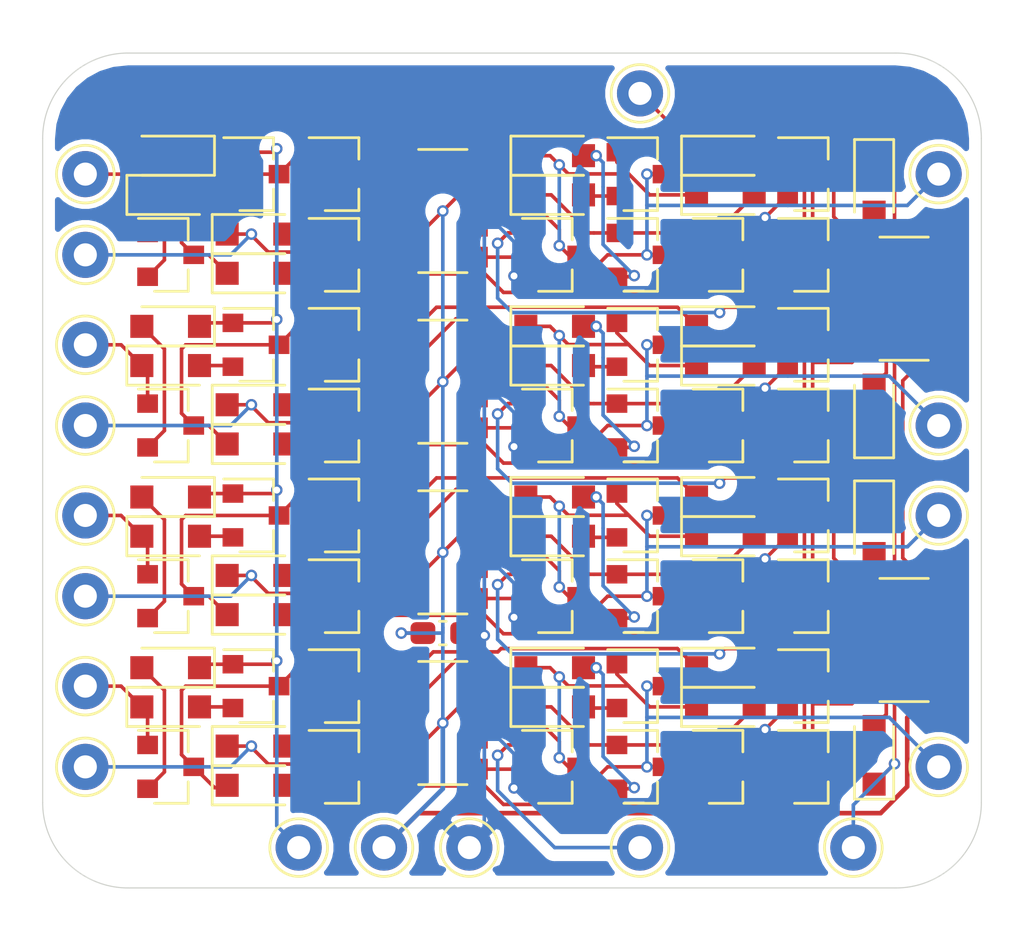
<source format=kicad_pcb>
(kicad_pcb (version 20171130) (host pcbnew "(5.1.9)-1")
  (layers (0 F.Cu signal) (31 B.Cu signal) (34 B.Paste user) (35 F.Paste user) (36 B.SilkS user) (37 F.SilkS user) (38 B.Mask user) (39 F.Mask user) (44 Edge.Cuts user))
  (net 0 "")
  (net 1 /A)
  (net 2 /nA')
  (net 3 /B)
  (net 4 /~A^B)
  (net 5 /nCi)
  (net 6 /nCo)
  (net 7 /SUM)
  (net 8 GND)
  (net 9 VCC)
  (net 10 ~add)
  (net 11 /Co)
  (net 12 "Net-(D1-Pad2)")
  (net 13 "Net-(D2-Pad2)")
  (net 14 "Net-(D3-Pad2)")
  (net 15 "Net-(D4-Pad2)")
  (net 16 "Net-(D5-Pad2)")
  (net 17 "Net-(D6-Pad2)")
  (net 18 "Net-(D7-Pad2)")
  (net 19 "Net-(D8-Pad2)")
  (net 20 /Ci)
  (net 21 CLRC)
  (net 22 "Net-(D202-Pad2)")
  (net 23 /1/nA')
  (net 24 "Net-(D203-Pad2)")
  (net 25 /1/B)
  (net 26 "Net-(D204-Pad2)")
  (net 27 /1/~A^B)
  (net 28 "Net-(D205-Pad2)")
  (net 29 /1/nCi)
  (net 30 "Net-(D206-Pad2)")
  (net 31 "Net-(D207-Pad2)")
  (net 32 "Net-(D208-Pad2)")
  (net 33 "Net-(D209-Pad2)")
  (net 34 /1/A)
  (net 35 /1/nCo)
  (net 36 /1/SUM)
  (net 37 /2/Ci)
  (net 38 "Net-(D302-Pad2)")
  (net 39 /2/nA')
  (net 40 "Net-(D303-Pad2)")
  (net 41 /2/B)
  (net 42 "Net-(D304-Pad2)")
  (net 43 /2/~A^B)
  (net 44 "Net-(D305-Pad2)")
  (net 45 /2/nCi)
  (net 46 "Net-(D306-Pad2)")
  (net 47 "Net-(D307-Pad2)")
  (net 48 "Net-(D308-Pad2)")
  (net 49 "Net-(D309-Pad2)")
  (net 50 /2/A)
  (net 51 /2/nCo)
  (net 52 /2/SUM)
  (net 53 /3/Ci)
  (net 54 /3/Co)
  (net 55 "Net-(D402-Pad2)")
  (net 56 /3/nA')
  (net 57 "Net-(D403-Pad2)")
  (net 58 /3/B)
  (net 59 "Net-(D404-Pad2)")
  (net 60 /3/~A^B)
  (net 61 "Net-(D405-Pad2)")
  (net 62 /3/nCi)
  (net 63 "Net-(D406-Pad2)")
  (net 64 "Net-(D407-Pad2)")
  (net 65 "Net-(D408-Pad2)")
  (net 66 "Net-(D409-Pad2)")
  (net 67 /3/A)
  (net 68 /3/nCo)
  (net 69 /3/SUM)
  (module Connector_Pin:Pin_D1.0mm_L10.0mm (layer F.Cu) (at 188.7 82.8)
    (fp_text reference TP403 hide)
    (fp_text value " " hide)
    (pad 1 thru_hole circle (at 0 0) (size 2 2) (drill 1) (layers *.Cu *.Mask) (net 69 /3/SUM))
  )
  (module Connector_Pin:Pin_D1.0mm_L10.0mm (layer F.Cu) (at 151.7 82.8)
    (fp_text reference TP402 hide)
    (fp_text value " " hide)
    (pad 1 thru_hole circle (at 0 0) (size 2 2) (drill 1) (layers *.Cu *.Mask) (net 67 /3/A))
  )
  (module Connector_Pin:Pin_D1.0mm_L10.0mm (layer F.Cu) (at 151.7 86.3)
    (fp_text reference TP401 hide)
    (fp_text value " " hide)
    (pad 1 thru_hole circle (at 0 0) (size 2 2) (drill 1) (layers *.Cu *.Mask) (net 58 /3/B))
  )
  (module Resistor_SMD:R_Array_Convex_4x1206 (layer F.Cu) (at 167.2 84.4)
    (fp_text reference RN401 hide)
    (fp_text value R_Pack04 hide)
    (pad 6 smd rect (at 1.5 0.66) (size 0.9 0.9) (layers F.Cu F.Paste F.Mask) (net 62 /3/nCi))
    (pad 5 smd rect (at 1.5 2) (size 0.9 0.9) (layers F.Cu F.Paste F.Mask) (net 69 /3/SUM))
    (pad 8 smd rect (at 1.5 -2) (size 0.9 0.9) (layers F.Cu F.Paste F.Mask) (net 9 VCC))
    (pad 7 smd rect (at 1.5 -0.66) (size 0.9 0.9) (layers F.Cu F.Paste F.Mask) (net 9 VCC))
    (pad 3 smd rect (at -1.5 0.66) (size 0.9 0.9) (layers F.Cu F.Paste F.Mask) (net 9 VCC))
    (pad 2 smd rect (at -1.5 -0.66) (size 0.9 0.9) (layers F.Cu F.Paste F.Mask) (net 60 /3/~A^B))
    (pad 4 smd rect (at -1.5 2) (size 0.9 0.9) (layers F.Cu F.Paste F.Mask) (net 9 VCC))
    (pad 1 smd rect (at -1.5 -2) (size 0.9 0.9) (layers F.Cu F.Paste F.Mask) (net 56 /3/nA'))
  )
  (module Package_TO_SOT_SMD:SOT-23 (layer F.Cu) (at 172.05 86.3)
    (fp_text reference Q410 hide)
    (fp_text value 2N7002 hide)
    (pad 3 smd rect (at 1 0) (size 0.9 0.8) (layers F.Cu F.Paste F.Mask) (net 62 /3/nCi))
    (pad 2 smd rect (at -1 0.95) (size 0.9 0.8) (layers F.Cu F.Paste F.Mask) (net 8 GND))
    (pad 1 smd rect (at -1 -0.95) (size 0.9 0.8) (layers F.Cu F.Paste F.Mask) (net 53 /3/Ci))
  )
  (module Package_TO_SOT_SMD:SOT-23 (layer F.Cu) (at 159.1 82.8)
    (fp_text reference Q409 hide)
    (fp_text value 2N7002 hide)
    (pad 3 smd rect (at 1 0) (size 0.9 0.8) (layers F.Cu F.Paste F.Mask) (net 56 /3/nA'))
    (pad 2 smd rect (at -1 0.95) (size 0.9 0.8) (layers F.Cu F.Paste F.Mask) (net 66 "Net-(D409-Pad2)"))
    (pad 1 smd rect (at -1 -0.95) (size 0.9 0.8) (layers F.Cu F.Paste F.Mask) (net 10 ~add))
  )
  (module Package_TO_SOT_SMD:SOT-23 (layer F.Cu) (at 155.4 86.3)
    (fp_text reference Q408 hide)
    (fp_text value 2N7002 hide)
    (pad 3 smd rect (at 1 0) (size 0.9 0.8) (layers F.Cu F.Paste F.Mask) (net 56 /3/nA'))
    (pad 2 smd rect (at -1 0.95) (size 0.9 0.8) (layers F.Cu F.Paste F.Mask) (net 65 "Net-(D408-Pad2)"))
    (pad 1 smd rect (at -1 -0.95) (size 0.9 0.8) (layers F.Cu F.Paste F.Mask) (net 67 /3/A))
  )
  (module Package_TO_SOT_SMD:SOT-23 (layer F.Cu) (at 183.15 86.3)
    (fp_text reference Q407 hide)
    (fp_text value 2N7002 hide)
    (pad 3 smd rect (at 1 0) (size 0.9 0.8) (layers F.Cu F.Paste F.Mask) (net 68 /3/nCo))
    (pad 2 smd rect (at -1 0.95) (size 0.9 0.8) (layers F.Cu F.Paste F.Mask) (net 64 "Net-(D407-Pad2)"))
    (pad 1 smd rect (at -1 -0.95) (size 0.9 0.8) (layers F.Cu F.Paste F.Mask) (net 58 /3/B))
  )
  (module Package_TO_SOT_SMD:SOT-23 (layer F.Cu) (at 179.45 86.3)
    (fp_text reference Q406 hide)
    (fp_text value 2N7002 hide)
    (pad 3 smd rect (at 1 0) (size 0.9 0.8) (layers F.Cu F.Paste F.Mask) (net 68 /3/nCo))
    (pad 2 smd rect (at -1 0.95) (size 0.9 0.8) (layers F.Cu F.Paste F.Mask) (net 63 "Net-(D406-Pad2)"))
    (pad 1 smd rect (at -1 -0.95) (size 0.9 0.8) (layers F.Cu F.Paste F.Mask) (net 60 /3/~A^B))
  )
  (module Package_TO_SOT_SMD:SOT-23 (layer F.Cu) (at 175.75 86.3)
    (fp_text reference Q405 hide)
    (fp_text value 2N7002 hide)
    (pad 3 smd rect (at 1 0) (size 0.9 0.8) (layers F.Cu F.Paste F.Mask) (net 69 /3/SUM))
    (pad 2 smd rect (at -1 0.95) (size 0.9 0.8) (layers F.Cu F.Paste F.Mask) (net 61 "Net-(D405-Pad2)"))
    (pad 1 smd rect (at -1 -0.95) (size 0.9 0.8) (layers F.Cu F.Paste F.Mask) (net 60 /3/~A^B))
  )
  (module Package_TO_SOT_SMD:SOT-23 (layer F.Cu) (at 175.75 82.8)
    (fp_text reference Q404 hide)
    (fp_text value 2N7002 hide)
    (pad 3 smd rect (at 1 0) (size 0.9 0.8) (layers F.Cu F.Paste F.Mask) (net 69 /3/SUM))
    (pad 2 smd rect (at -1 0.95) (size 0.9 0.8) (layers F.Cu F.Paste F.Mask) (net 59 "Net-(D404-Pad2)"))
    (pad 1 smd rect (at -1 -0.95) (size 0.9 0.8) (layers F.Cu F.Paste F.Mask) (net 62 /3/nCi))
  )
  (module Package_TO_SOT_SMD:SOT-23 (layer F.Cu) (at 162.8 82.8)
    (fp_text reference Q403 hide)
    (fp_text value 2N7002 hide)
    (pad 3 smd rect (at 1 0) (size 0.9 0.8) (layers F.Cu F.Paste F.Mask) (net 60 /3/~A^B))
    (pad 2 smd rect (at -1 0.95) (size 0.9 0.8) (layers F.Cu F.Paste F.Mask) (net 57 "Net-(D403-Pad2)"))
    (pad 1 smd rect (at -1 -0.95) (size 0.9 0.8) (layers F.Cu F.Paste F.Mask) (net 56 /3/nA'))
  )
  (module Package_TO_SOT_SMD:SOT-23 (layer F.Cu) (at 162.8 86.3)
    (fp_text reference Q402 hide)
    (fp_text value 2N7002 hide)
    (pad 3 smd rect (at 1 0) (size 0.9 0.8) (layers F.Cu F.Paste F.Mask) (net 60 /3/~A^B))
    (pad 2 smd rect (at -1 0.95) (size 0.9 0.8) (layers F.Cu F.Paste F.Mask) (net 55 "Net-(D402-Pad2)"))
    (pad 1 smd rect (at -1 -0.95) (size 0.9 0.8) (layers F.Cu F.Paste F.Mask) (net 58 /3/B))
  )
  (module Package_TO_SOT_SMD:SOT-23 (layer F.Cu) (at 183.15 82.8)
    (fp_text reference Q401 hide)
    (fp_text value 2N7002 hide)
    (pad 3 smd rect (at 1 0) (size 0.9 0.8) (layers F.Cu F.Paste F.Mask) (net 54 /3/Co))
    (pad 2 smd rect (at -1 0.95) (size 0.9 0.8) (layers F.Cu F.Paste F.Mask) (net 8 GND))
    (pad 1 smd rect (at -1 -0.95) (size 0.9 0.8) (layers F.Cu F.Paste F.Mask) (net 68 /3/nCo))
  )
  (module Diode_SMD:D_SOD-323_HandSoldering (layer F.Cu) (at 155.4 83.7)
    (fp_text reference D409 hide)
    (fp_text value D hide)
    (pad 2 smd rect (at 1.25 0) (size 1 1) (layers F.Cu F.Paste F.Mask) (net 66 "Net-(D409-Pad2)"))
    (pad 1 smd rect (at -1.25 0) (size 1 1) (layers F.Cu F.Paste F.Mask) (net 67 /3/A))
  )
  (module Diode_SMD:D_SOD-323_HandSoldering (layer F.Cu) (at 155.4 82 180)
    (fp_text reference D408 hide)
    (fp_text value D hide)
    (pad 2 smd rect (at 1.25 0 180) (size 1 1) (layers F.Cu F.Paste F.Mask) (net 65 "Net-(D408-Pad2)"))
    (pad 1 smd rect (at -1.25 0 180) (size 1 1) (layers F.Cu F.Paste F.Mask) (net 10 ~add))
  )
  (module Diode_SMD:D_SOD-323_HandSoldering (layer F.Cu) (at 179.45 82)
    (fp_text reference D407 hide)
    (fp_text value D hide)
    (pad 2 smd rect (at 1.25 0) (size 1 1) (layers F.Cu F.Paste F.Mask) (net 64 "Net-(D407-Pad2)"))
    (pad 1 smd rect (at -1.25 0) (size 1 1) (layers F.Cu F.Paste F.Mask) (net 56 /3/nA'))
  )
  (module Diode_SMD:D_SOD-323_HandSoldering (layer F.Cu) (at 179.45 83.7)
    (fp_text reference D406 hide)
    (fp_text value D hide)
    (pad 2 smd rect (at 1.25 0) (size 1 1) (layers F.Cu F.Paste F.Mask) (net 63 "Net-(D406-Pad2)"))
    (pad 1 smd rect (at -1.25 0) (size 1 1) (layers F.Cu F.Paste F.Mask) (net 62 /3/nCi))
  )
  (module Diode_SMD:D_SOD-323_HandSoldering (layer F.Cu) (at 172.05 82)
    (fp_text reference D405 hide)
    (fp_text value D hide)
    (pad 2 smd rect (at 1.25 0) (size 1 1) (layers F.Cu F.Paste F.Mask) (net 61 "Net-(D405-Pad2)"))
    (pad 1 smd rect (at -1.25 0) (size 1 1) (layers F.Cu F.Paste F.Mask) (net 62 /3/nCi))
  )
  (module Diode_SMD:D_SOD-323_HandSoldering (layer F.Cu) (at 172.05 83.7)
    (fp_text reference D404 hide)
    (fp_text value D hide)
    (pad 2 smd rect (at 1.25 0) (size 1 1) (layers F.Cu F.Paste F.Mask) (net 59 "Net-(D404-Pad2)"))
    (pad 1 smd rect (at -1.25 0) (size 1 1) (layers F.Cu F.Paste F.Mask) (net 60 /3/~A^B))
  )
  (module Diode_SMD:D_SOD-323_HandSoldering (layer F.Cu) (at 159.1 85.4)
    (fp_text reference D403 hide)
    (fp_text value D hide)
    (pad 2 smd rect (at 1.25 0) (size 1 1) (layers F.Cu F.Paste F.Mask) (net 57 "Net-(D403-Pad2)"))
    (pad 1 smd rect (at -1.25 0) (size 1 1) (layers F.Cu F.Paste F.Mask) (net 58 /3/B))
  )
  (module Diode_SMD:D_SOD-323_HandSoldering (layer F.Cu) (at 159.1 87.1)
    (fp_text reference D402 hide)
    (fp_text value D hide)
    (pad 2 smd rect (at 1.25 0) (size 1 1) (layers F.Cu F.Paste F.Mask) (net 55 "Net-(D402-Pad2)"))
    (pad 1 smd rect (at -1.25 0) (size 1 1) (layers F.Cu F.Paste F.Mask) (net 56 /3/nA'))
  )
  (module Diode_SMD:D_SOD-323_HandSoldering (layer F.Cu) (at 185.9 83.2 270)
    (fp_text reference D401 hide)
    (fp_text value D hide)
    (pad 2 smd rect (at 1.25 0 270) (size 1 1) (layers F.Cu F.Paste F.Mask) (net 54 /3/Co))
    (pad 1 smd rect (at -1.25 0 270) (size 1 1) (layers F.Cu F.Paste F.Mask) (net 21 CLRC))
  )
  (module Connector_Pin:Pin_D1.0mm_L10.0mm (layer F.Cu) (at 188.7 93.7)
    (fp_text reference TP303 hide)
    (fp_text value " " hide)
    (pad 1 thru_hole circle (at 0 0) (size 2 2) (drill 1) (layers *.Cu *.Mask) (net 52 /2/SUM))
  )
  (module Connector_Pin:Pin_D1.0mm_L10.0mm (layer F.Cu) (at 151.7 90.2)
    (fp_text reference TP302 hide)
    (fp_text value " " hide)
    (pad 1 thru_hole circle (at 0 0) (size 2 2) (drill 1) (layers *.Cu *.Mask) (net 50 /2/A))
  )
  (module Connector_Pin:Pin_D1.0mm_L10.0mm (layer F.Cu) (at 151.7 93.7)
    (fp_text reference TP301 hide)
    (fp_text value " " hide)
    (pad 1 thru_hole circle (at 0 0) (size 2 2) (drill 1) (layers *.Cu *.Mask) (net 41 /2/B))
  )
  (module Resistor_SMD:R_Array_Convex_4x1206 (layer F.Cu) (at 167.2 91.8)
    (fp_text reference RN301 hide)
    (fp_text value R_Pack04 hide)
    (pad 6 smd rect (at 1.5 0.66) (size 0.9 0.9) (layers F.Cu F.Paste F.Mask) (net 45 /2/nCi))
    (pad 5 smd rect (at 1.5 2) (size 0.9 0.9) (layers F.Cu F.Paste F.Mask) (net 52 /2/SUM))
    (pad 8 smd rect (at 1.5 -2) (size 0.9 0.9) (layers F.Cu F.Paste F.Mask) (net 9 VCC))
    (pad 7 smd rect (at 1.5 -0.66) (size 0.9 0.9) (layers F.Cu F.Paste F.Mask) (net 9 VCC))
    (pad 3 smd rect (at -1.5 0.66) (size 0.9 0.9) (layers F.Cu F.Paste F.Mask) (net 9 VCC))
    (pad 2 smd rect (at -1.5 -0.66) (size 0.9 0.9) (layers F.Cu F.Paste F.Mask) (net 43 /2/~A^B))
    (pad 4 smd rect (at -1.5 2) (size 0.9 0.9) (layers F.Cu F.Paste F.Mask) (net 9 VCC))
    (pad 1 smd rect (at -1.5 -2) (size 0.9 0.9) (layers F.Cu F.Paste F.Mask) (net 39 /2/nA'))
  )
  (module Resistor_SMD:R_Array_Convex_4x1206 (layer F.Cu) (at 187.2 88.2)
    (fp_text reference RN2 hide)
    (fp_text value R_Pack04 hide)
    (pad 6 smd rect (at 1.5 0.66) (size 0.9 0.9) (layers F.Cu F.Paste F.Mask) (net 9 VCC))
    (pad 5 smd rect (at 1.5 2) (size 0.9 0.9) (layers F.Cu F.Paste F.Mask) (net 9 VCC))
    (pad 8 smd rect (at 1.5 -2) (size 0.9 0.9) (layers F.Cu F.Paste F.Mask) (net 9 VCC))
    (pad 7 smd rect (at 1.5 -0.66) (size 0.9 0.9) (layers F.Cu F.Paste F.Mask) (net 9 VCC))
    (pad 3 smd rect (at -1.5 0.66) (size 0.9 0.9) (layers F.Cu F.Paste F.Mask) (net 53 /3/Ci))
    (pad 2 smd rect (at -1.5 -0.66) (size 0.9 0.9) (layers F.Cu F.Paste F.Mask) (net 68 /3/nCo))
    (pad 4 smd rect (at -1.5 2) (size 0.9 0.9) (layers F.Cu F.Paste F.Mask) (net 51 /2/nCo))
    (pad 1 smd rect (at -1.5 -2) (size 0.9 0.9) (layers F.Cu F.Paste F.Mask) (net 54 /3/Co))
  )
  (module Package_TO_SOT_SMD:SOT-23 (layer F.Cu) (at 172.05 93.7)
    (fp_text reference Q310 hide)
    (fp_text value 2N7002 hide)
    (pad 3 smd rect (at 1 0) (size 0.9 0.8) (layers F.Cu F.Paste F.Mask) (net 45 /2/nCi))
    (pad 2 smd rect (at -1 0.95) (size 0.9 0.8) (layers F.Cu F.Paste F.Mask) (net 8 GND))
    (pad 1 smd rect (at -1 -0.95) (size 0.9 0.8) (layers F.Cu F.Paste F.Mask) (net 37 /2/Ci))
  )
  (module Package_TO_SOT_SMD:SOT-23 (layer F.Cu) (at 159.1 90.2)
    (fp_text reference Q309 hide)
    (fp_text value 2N7002 hide)
    (pad 3 smd rect (at 1 0) (size 0.9 0.8) (layers F.Cu F.Paste F.Mask) (net 39 /2/nA'))
    (pad 2 smd rect (at -1 0.95) (size 0.9 0.8) (layers F.Cu F.Paste F.Mask) (net 49 "Net-(D309-Pad2)"))
    (pad 1 smd rect (at -1 -0.95) (size 0.9 0.8) (layers F.Cu F.Paste F.Mask) (net 10 ~add))
  )
  (module Package_TO_SOT_SMD:SOT-23 (layer F.Cu) (at 155.4 93.7)
    (fp_text reference Q308 hide)
    (fp_text value 2N7002 hide)
    (pad 3 smd rect (at 1 0) (size 0.9 0.8) (layers F.Cu F.Paste F.Mask) (net 39 /2/nA'))
    (pad 2 smd rect (at -1 0.95) (size 0.9 0.8) (layers F.Cu F.Paste F.Mask) (net 48 "Net-(D308-Pad2)"))
    (pad 1 smd rect (at -1 -0.95) (size 0.9 0.8) (layers F.Cu F.Paste F.Mask) (net 50 /2/A))
  )
  (module Package_TO_SOT_SMD:SOT-23 (layer F.Cu) (at 183.15 93.7)
    (fp_text reference Q307 hide)
    (fp_text value 2N7002 hide)
    (pad 3 smd rect (at 1 0) (size 0.9 0.8) (layers F.Cu F.Paste F.Mask) (net 51 /2/nCo))
    (pad 2 smd rect (at -1 0.95) (size 0.9 0.8) (layers F.Cu F.Paste F.Mask) (net 47 "Net-(D307-Pad2)"))
    (pad 1 smd rect (at -1 -0.95) (size 0.9 0.8) (layers F.Cu F.Paste F.Mask) (net 41 /2/B))
  )
  (module Package_TO_SOT_SMD:SOT-23 (layer F.Cu) (at 179.45 93.7)
    (fp_text reference Q306 hide)
    (fp_text value 2N7002 hide)
    (pad 3 smd rect (at 1 0) (size 0.9 0.8) (layers F.Cu F.Paste F.Mask) (net 51 /2/nCo))
    (pad 2 smd rect (at -1 0.95) (size 0.9 0.8) (layers F.Cu F.Paste F.Mask) (net 46 "Net-(D306-Pad2)"))
    (pad 1 smd rect (at -1 -0.95) (size 0.9 0.8) (layers F.Cu F.Paste F.Mask) (net 43 /2/~A^B))
  )
  (module Package_TO_SOT_SMD:SOT-23 (layer F.Cu) (at 175.75 93.7)
    (fp_text reference Q305 hide)
    (fp_text value 2N7002 hide)
    (pad 3 smd rect (at 1 0) (size 0.9 0.8) (layers F.Cu F.Paste F.Mask) (net 52 /2/SUM))
    (pad 2 smd rect (at -1 0.95) (size 0.9 0.8) (layers F.Cu F.Paste F.Mask) (net 44 "Net-(D305-Pad2)"))
    (pad 1 smd rect (at -1 -0.95) (size 0.9 0.8) (layers F.Cu F.Paste F.Mask) (net 43 /2/~A^B))
  )
  (module Package_TO_SOT_SMD:SOT-23 (layer F.Cu) (at 175.75 90.2)
    (fp_text reference Q304 hide)
    (fp_text value 2N7002 hide)
    (pad 3 smd rect (at 1 0) (size 0.9 0.8) (layers F.Cu F.Paste F.Mask) (net 52 /2/SUM))
    (pad 2 smd rect (at -1 0.95) (size 0.9 0.8) (layers F.Cu F.Paste F.Mask) (net 42 "Net-(D304-Pad2)"))
    (pad 1 smd rect (at -1 -0.95) (size 0.9 0.8) (layers F.Cu F.Paste F.Mask) (net 45 /2/nCi))
  )
  (module Package_TO_SOT_SMD:SOT-23 (layer F.Cu) (at 162.8 90.2)
    (fp_text reference Q303 hide)
    (fp_text value 2N7002 hide)
    (pad 3 smd rect (at 1 0) (size 0.9 0.8) (layers F.Cu F.Paste F.Mask) (net 43 /2/~A^B))
    (pad 2 smd rect (at -1 0.95) (size 0.9 0.8) (layers F.Cu F.Paste F.Mask) (net 40 "Net-(D303-Pad2)"))
    (pad 1 smd rect (at -1 -0.95) (size 0.9 0.8) (layers F.Cu F.Paste F.Mask) (net 39 /2/nA'))
  )
  (module Package_TO_SOT_SMD:SOT-23 (layer F.Cu) (at 162.8 93.7)
    (fp_text reference Q302 hide)
    (fp_text value 2N7002 hide)
    (pad 3 smd rect (at 1 0) (size 0.9 0.8) (layers F.Cu F.Paste F.Mask) (net 43 /2/~A^B))
    (pad 2 smd rect (at -1 0.95) (size 0.9 0.8) (layers F.Cu F.Paste F.Mask) (net 38 "Net-(D302-Pad2)"))
    (pad 1 smd rect (at -1 -0.95) (size 0.9 0.8) (layers F.Cu F.Paste F.Mask) (net 41 /2/B))
  )
  (module Package_TO_SOT_SMD:SOT-23 (layer F.Cu) (at 183.15 90.2)
    (fp_text reference Q301 hide)
    (fp_text value 2N7002 hide)
    (pad 3 smd rect (at 1 0) (size 0.9 0.8) (layers F.Cu F.Paste F.Mask) (net 53 /3/Ci))
    (pad 2 smd rect (at -1 0.95) (size 0.9 0.8) (layers F.Cu F.Paste F.Mask) (net 8 GND))
    (pad 1 smd rect (at -1 -0.95) (size 0.9 0.8) (layers F.Cu F.Paste F.Mask) (net 51 /2/nCo))
  )
  (module Diode_SMD:D_SOD-323_HandSoldering (layer F.Cu) (at 155.4 91.1)
    (fp_text reference D309 hide)
    (fp_text value D hide)
    (pad 2 smd rect (at 1.25 0) (size 1 1) (layers F.Cu F.Paste F.Mask) (net 49 "Net-(D309-Pad2)"))
    (pad 1 smd rect (at -1.25 0) (size 1 1) (layers F.Cu F.Paste F.Mask) (net 50 /2/A))
  )
  (module Diode_SMD:D_SOD-323_HandSoldering (layer F.Cu) (at 155.4 89.4 180)
    (fp_text reference D308 hide)
    (fp_text value D hide)
    (pad 2 smd rect (at 1.25 0 180) (size 1 1) (layers F.Cu F.Paste F.Mask) (net 48 "Net-(D308-Pad2)"))
    (pad 1 smd rect (at -1.25 0 180) (size 1 1) (layers F.Cu F.Paste F.Mask) (net 10 ~add))
  )
  (module Diode_SMD:D_SOD-323_HandSoldering (layer F.Cu) (at 179.45 89.4)
    (fp_text reference D307 hide)
    (fp_text value D hide)
    (pad 2 smd rect (at 1.25 0) (size 1 1) (layers F.Cu F.Paste F.Mask) (net 47 "Net-(D307-Pad2)"))
    (pad 1 smd rect (at -1.25 0) (size 1 1) (layers F.Cu F.Paste F.Mask) (net 39 /2/nA'))
  )
  (module Diode_SMD:D_SOD-323_HandSoldering (layer F.Cu) (at 179.45 91.1)
    (fp_text reference D306 hide)
    (fp_text value D hide)
    (pad 2 smd rect (at 1.25 0) (size 1 1) (layers F.Cu F.Paste F.Mask) (net 46 "Net-(D306-Pad2)"))
    (pad 1 smd rect (at -1.25 0) (size 1 1) (layers F.Cu F.Paste F.Mask) (net 45 /2/nCi))
  )
  (module Diode_SMD:D_SOD-323_HandSoldering (layer F.Cu) (at 172.05 89.4)
    (fp_text reference D305 hide)
    (fp_text value D hide)
    (pad 2 smd rect (at 1.25 0) (size 1 1) (layers F.Cu F.Paste F.Mask) (net 44 "Net-(D305-Pad2)"))
    (pad 1 smd rect (at -1.25 0) (size 1 1) (layers F.Cu F.Paste F.Mask) (net 45 /2/nCi))
  )
  (module Diode_SMD:D_SOD-323_HandSoldering (layer F.Cu) (at 172.05 91.1)
    (fp_text reference D304 hide)
    (fp_text value D hide)
    (pad 2 smd rect (at 1.25 0) (size 1 1) (layers F.Cu F.Paste F.Mask) (net 42 "Net-(D304-Pad2)"))
    (pad 1 smd rect (at -1.25 0) (size 1 1) (layers F.Cu F.Paste F.Mask) (net 43 /2/~A^B))
  )
  (module Diode_SMD:D_SOD-323_HandSoldering (layer F.Cu) (at 159.1 92.8)
    (fp_text reference D303 hide)
    (fp_text value D hide)
    (pad 2 smd rect (at 1.25 0) (size 1 1) (layers F.Cu F.Paste F.Mask) (net 40 "Net-(D303-Pad2)"))
    (pad 1 smd rect (at -1.25 0) (size 1 1) (layers F.Cu F.Paste F.Mask) (net 41 /2/B))
  )
  (module Diode_SMD:D_SOD-323_HandSoldering (layer F.Cu) (at 159.1 94.5)
    (fp_text reference D302 hide)
    (fp_text value D hide)
    (pad 2 smd rect (at 1.25 0) (size 1 1) (layers F.Cu F.Paste F.Mask) (net 38 "Net-(D302-Pad2)"))
    (pad 1 smd rect (at -1.25 0) (size 1 1) (layers F.Cu F.Paste F.Mask) (net 39 /2/nA'))
  )
  (module Diode_SMD:D_SOD-323_HandSoldering (layer F.Cu) (at 185.9 93.2 90)
    (fp_text reference D301 hide)
    (fp_text value D hide)
    (pad 2 smd rect (at 1.25 0 90) (size 1 1) (layers F.Cu F.Paste F.Mask) (net 53 /3/Ci))
    (pad 1 smd rect (at -1.25 0 90) (size 1 1) (layers F.Cu F.Paste F.Mask) (net 21 CLRC))
  )
  (module Connector_Pin:Pin_D1.0mm_L10.0mm (layer F.Cu) (at 188.7 97.6)
    (fp_text reference TP203 hide)
    (fp_text value " " hide)
    (pad 1 thru_hole circle (at 0 0) (size 2 2) (drill 1) (layers *.Cu *.Mask) (net 36 /1/SUM))
  )
  (module Connector_Pin:Pin_D1.0mm_L10.0mm (layer F.Cu) (at 151.7 97.6)
    (fp_text reference TP202 hide)
    (fp_text value " " hide)
    (pad 1 thru_hole circle (at 0 0) (size 2 2) (drill 1) (layers *.Cu *.Mask) (net 34 /1/A))
  )
  (module Connector_Pin:Pin_D1.0mm_L10.0mm (layer F.Cu) (at 151.7 101.1)
    (fp_text reference TP201 hide)
    (fp_text value " " hide)
    (pad 1 thru_hole circle (at 0 0) (size 2 2) (drill 1) (layers *.Cu *.Mask) (net 25 /1/B))
  )
  (module Resistor_SMD:R_Array_Convex_4x1206 (layer F.Cu) (at 167.2 99.2)
    (fp_text reference RN201 hide)
    (fp_text value R_Pack04 hide)
    (pad 6 smd rect (at 1.5 0.66) (size 0.9 0.9) (layers F.Cu F.Paste F.Mask) (net 29 /1/nCi))
    (pad 5 smd rect (at 1.5 2) (size 0.9 0.9) (layers F.Cu F.Paste F.Mask) (net 36 /1/SUM))
    (pad 8 smd rect (at 1.5 -2) (size 0.9 0.9) (layers F.Cu F.Paste F.Mask) (net 9 VCC))
    (pad 7 smd rect (at 1.5 -0.66) (size 0.9 0.9) (layers F.Cu F.Paste F.Mask) (net 9 VCC))
    (pad 3 smd rect (at -1.5 0.66) (size 0.9 0.9) (layers F.Cu F.Paste F.Mask) (net 9 VCC))
    (pad 2 smd rect (at -1.5 -0.66) (size 0.9 0.9) (layers F.Cu F.Paste F.Mask) (net 27 /1/~A^B))
    (pad 4 smd rect (at -1.5 2) (size 0.9 0.9) (layers F.Cu F.Paste F.Mask) (net 9 VCC))
    (pad 1 smd rect (at -1.5 -2) (size 0.9 0.9) (layers F.Cu F.Paste F.Mask) (net 23 /1/nA'))
  )
  (module Package_TO_SOT_SMD:SOT-23 (layer F.Cu) (at 172.05 101.1)
    (fp_text reference Q210 hide)
    (fp_text value 2N7002 hide)
    (pad 3 smd rect (at 1 0) (size 0.9 0.8) (layers F.Cu F.Paste F.Mask) (net 29 /1/nCi))
    (pad 2 smd rect (at -1 0.95) (size 0.9 0.8) (layers F.Cu F.Paste F.Mask) (net 8 GND))
    (pad 1 smd rect (at -1 -0.95) (size 0.9 0.8) (layers F.Cu F.Paste F.Mask) (net 11 /Co))
  )
  (module Package_TO_SOT_SMD:SOT-23 (layer F.Cu) (at 159.1 97.6)
    (fp_text reference Q209 hide)
    (fp_text value 2N7002 hide)
    (pad 3 smd rect (at 1 0) (size 0.9 0.8) (layers F.Cu F.Paste F.Mask) (net 23 /1/nA'))
    (pad 2 smd rect (at -1 0.95) (size 0.9 0.8) (layers F.Cu F.Paste F.Mask) (net 33 "Net-(D209-Pad2)"))
    (pad 1 smd rect (at -1 -0.95) (size 0.9 0.8) (layers F.Cu F.Paste F.Mask) (net 10 ~add))
  )
  (module Package_TO_SOT_SMD:SOT-23 (layer F.Cu) (at 155.4 101.1)
    (fp_text reference Q208 hide)
    (fp_text value 2N7002 hide)
    (pad 3 smd rect (at 1 0) (size 0.9 0.8) (layers F.Cu F.Paste F.Mask) (net 23 /1/nA'))
    (pad 2 smd rect (at -1 0.95) (size 0.9 0.8) (layers F.Cu F.Paste F.Mask) (net 32 "Net-(D208-Pad2)"))
    (pad 1 smd rect (at -1 -0.95) (size 0.9 0.8) (layers F.Cu F.Paste F.Mask) (net 34 /1/A))
  )
  (module Package_TO_SOT_SMD:SOT-23 (layer F.Cu) (at 183.15 101.1)
    (fp_text reference Q207 hide)
    (fp_text value 2N7002 hide)
    (pad 3 smd rect (at 1 0) (size 0.9 0.8) (layers F.Cu F.Paste F.Mask) (net 35 /1/nCo))
    (pad 2 smd rect (at -1 0.95) (size 0.9 0.8) (layers F.Cu F.Paste F.Mask) (net 31 "Net-(D207-Pad2)"))
    (pad 1 smd rect (at -1 -0.95) (size 0.9 0.8) (layers F.Cu F.Paste F.Mask) (net 25 /1/B))
  )
  (module Package_TO_SOT_SMD:SOT-23 (layer F.Cu) (at 179.45 101.1)
    (fp_text reference Q206 hide)
    (fp_text value 2N7002 hide)
    (pad 3 smd rect (at 1 0) (size 0.9 0.8) (layers F.Cu F.Paste F.Mask) (net 35 /1/nCo))
    (pad 2 smd rect (at -1 0.95) (size 0.9 0.8) (layers F.Cu F.Paste F.Mask) (net 30 "Net-(D206-Pad2)"))
    (pad 1 smd rect (at -1 -0.95) (size 0.9 0.8) (layers F.Cu F.Paste F.Mask) (net 27 /1/~A^B))
  )
  (module Package_TO_SOT_SMD:SOT-23 (layer F.Cu) (at 175.75 101.1)
    (fp_text reference Q205 hide)
    (fp_text value 2N7002 hide)
    (pad 3 smd rect (at 1 0) (size 0.9 0.8) (layers F.Cu F.Paste F.Mask) (net 36 /1/SUM))
    (pad 2 smd rect (at -1 0.95) (size 0.9 0.8) (layers F.Cu F.Paste F.Mask) (net 28 "Net-(D205-Pad2)"))
    (pad 1 smd rect (at -1 -0.95) (size 0.9 0.8) (layers F.Cu F.Paste F.Mask) (net 27 /1/~A^B))
  )
  (module Package_TO_SOT_SMD:SOT-23 (layer F.Cu) (at 175.75 97.6)
    (fp_text reference Q204 hide)
    (fp_text value 2N7002 hide)
    (pad 3 smd rect (at 1 0) (size 0.9 0.8) (layers F.Cu F.Paste F.Mask) (net 36 /1/SUM))
    (pad 2 smd rect (at -1 0.95) (size 0.9 0.8) (layers F.Cu F.Paste F.Mask) (net 26 "Net-(D204-Pad2)"))
    (pad 1 smd rect (at -1 -0.95) (size 0.9 0.8) (layers F.Cu F.Paste F.Mask) (net 29 /1/nCi))
  )
  (module Package_TO_SOT_SMD:SOT-23 (layer F.Cu) (at 162.8 97.6)
    (fp_text reference Q203 hide)
    (fp_text value 2N7002 hide)
    (pad 3 smd rect (at 1 0) (size 0.9 0.8) (layers F.Cu F.Paste F.Mask) (net 27 /1/~A^B))
    (pad 2 smd rect (at -1 0.95) (size 0.9 0.8) (layers F.Cu F.Paste F.Mask) (net 24 "Net-(D203-Pad2)"))
    (pad 1 smd rect (at -1 -0.95) (size 0.9 0.8) (layers F.Cu F.Paste F.Mask) (net 23 /1/nA'))
  )
  (module Package_TO_SOT_SMD:SOT-23 (layer F.Cu) (at 162.8 101.1)
    (fp_text reference Q202 hide)
    (fp_text value 2N7002 hide)
    (pad 3 smd rect (at 1 0) (size 0.9 0.8) (layers F.Cu F.Paste F.Mask) (net 27 /1/~A^B))
    (pad 2 smd rect (at -1 0.95) (size 0.9 0.8) (layers F.Cu F.Paste F.Mask) (net 22 "Net-(D202-Pad2)"))
    (pad 1 smd rect (at -1 -0.95) (size 0.9 0.8) (layers F.Cu F.Paste F.Mask) (net 25 /1/B))
  )
  (module Package_TO_SOT_SMD:SOT-23 (layer F.Cu) (at 183.15 97.6)
    (fp_text reference Q201 hide)
    (fp_text value 2N7002 hide)
    (pad 3 smd rect (at 1 0) (size 0.9 0.8) (layers F.Cu F.Paste F.Mask) (net 37 /2/Ci))
    (pad 2 smd rect (at -1 0.95) (size 0.9 0.8) (layers F.Cu F.Paste F.Mask) (net 8 GND))
    (pad 1 smd rect (at -1 -0.95) (size 0.9 0.8) (layers F.Cu F.Paste F.Mask) (net 35 /1/nCo))
  )
  (module Diode_SMD:D_SOD-323_HandSoldering (layer F.Cu) (at 155.4 98.5)
    (fp_text reference D209 hide)
    (fp_text value D hide)
    (pad 2 smd rect (at 1.25 0) (size 1 1) (layers F.Cu F.Paste F.Mask) (net 33 "Net-(D209-Pad2)"))
    (pad 1 smd rect (at -1.25 0) (size 1 1) (layers F.Cu F.Paste F.Mask) (net 34 /1/A))
  )
  (module Diode_SMD:D_SOD-323_HandSoldering (layer F.Cu) (at 155.4 96.8 180)
    (fp_text reference D208 hide)
    (fp_text value D hide)
    (pad 2 smd rect (at 1.25 0 180) (size 1 1) (layers F.Cu F.Paste F.Mask) (net 32 "Net-(D208-Pad2)"))
    (pad 1 smd rect (at -1.25 0 180) (size 1 1) (layers F.Cu F.Paste F.Mask) (net 10 ~add))
  )
  (module Diode_SMD:D_SOD-323_HandSoldering (layer F.Cu) (at 179.45 96.8)
    (fp_text reference D207 hide)
    (fp_text value D hide)
    (pad 2 smd rect (at 1.25 0) (size 1 1) (layers F.Cu F.Paste F.Mask) (net 31 "Net-(D207-Pad2)"))
    (pad 1 smd rect (at -1.25 0) (size 1 1) (layers F.Cu F.Paste F.Mask) (net 23 /1/nA'))
  )
  (module Diode_SMD:D_SOD-323_HandSoldering (layer F.Cu) (at 179.45 98.5)
    (fp_text reference D206 hide)
    (fp_text value D hide)
    (pad 2 smd rect (at 1.25 0) (size 1 1) (layers F.Cu F.Paste F.Mask) (net 30 "Net-(D206-Pad2)"))
    (pad 1 smd rect (at -1.25 0) (size 1 1) (layers F.Cu F.Paste F.Mask) (net 29 /1/nCi))
  )
  (module Diode_SMD:D_SOD-323_HandSoldering (layer F.Cu) (at 172.05 96.8)
    (fp_text reference D205 hide)
    (fp_text value D hide)
    (pad 2 smd rect (at 1.25 0) (size 1 1) (layers F.Cu F.Paste F.Mask) (net 28 "Net-(D205-Pad2)"))
    (pad 1 smd rect (at -1.25 0) (size 1 1) (layers F.Cu F.Paste F.Mask) (net 29 /1/nCi))
  )
  (module Diode_SMD:D_SOD-323_HandSoldering (layer F.Cu) (at 172.05 98.5)
    (fp_text reference D204 hide)
    (fp_text value D hide)
    (pad 2 smd rect (at 1.25 0) (size 1 1) (layers F.Cu F.Paste F.Mask) (net 26 "Net-(D204-Pad2)"))
    (pad 1 smd rect (at -1.25 0) (size 1 1) (layers F.Cu F.Paste F.Mask) (net 27 /1/~A^B))
  )
  (module Diode_SMD:D_SOD-323_HandSoldering (layer F.Cu) (at 159.1 100.2)
    (fp_text reference D203 hide)
    (fp_text value D hide)
    (pad 2 smd rect (at 1.25 0) (size 1 1) (layers F.Cu F.Paste F.Mask) (net 24 "Net-(D203-Pad2)"))
    (pad 1 smd rect (at -1.25 0) (size 1 1) (layers F.Cu F.Paste F.Mask) (net 25 /1/B))
  )
  (module Diode_SMD:D_SOD-323_HandSoldering (layer F.Cu) (at 159.1 101.9)
    (fp_text reference D202 hide)
    (fp_text value D hide)
    (pad 2 smd rect (at 1.25 0) (size 1 1) (layers F.Cu F.Paste F.Mask) (net 22 "Net-(D202-Pad2)"))
    (pad 1 smd rect (at -1.25 0) (size 1 1) (layers F.Cu F.Paste F.Mask) (net 23 /1/nA'))
  )
  (module Diode_SMD:D_SOD-323_HandSoldering (layer F.Cu) (at 185.9 98 270)
    (fp_text reference D201 hide)
    (fp_text value D hide)
    (pad 2 smd rect (at 1.25 0 270) (size 1 1) (layers F.Cu F.Paste F.Mask) (net 37 /2/Ci))
    (pad 1 smd rect (at -1.25 0 270) (size 1 1) (layers F.Cu F.Paste F.Mask) (net 21 CLRC))
  )
  (module Diode_SMD:D_SOD-323_HandSoldering (layer F.Cu) (at 179.45 104.2)
    (fp_text reference D6 hide)
    (fp_text value D hide)
    (pad 2 smd rect (at 1.25 0) (size 1 1) (layers F.Cu F.Paste F.Mask) (net 17 "Net-(D6-Pad2)"))
    (pad 1 smd rect (at -1.25 0) (size 1 1) (layers F.Cu F.Paste F.Mask) (net 2 /nA'))
  )
  (module Diode_SMD:D_SOD-323_HandSoldering (layer F.Cu) (at 172.05 104.2)
    (fp_text reference D4 hide)
    (fp_text value D hide)
    (pad 2 smd rect (at 1.25 0) (size 1 1) (layers F.Cu F.Paste F.Mask) (net 15 "Net-(D4-Pad2)"))
    (pad 1 smd rect (at -1.25 0) (size 1 1) (layers F.Cu F.Paste F.Mask) (net 5 /nCi))
  )
  (module Package_TO_SOT_SMD:SOT-23 (layer F.Cu) (at 162.8 105)
    (fp_text reference Q2 hide)
    (fp_text value 2N7002 hide)
    (pad 3 smd rect (at 1 0) (size 0.9 0.8) (layers F.Cu F.Paste F.Mask) (net 4 /~A^B))
    (pad 2 smd rect (at -1 0.95) (size 0.9 0.8) (layers F.Cu F.Paste F.Mask) (net 13 "Net-(D2-Pad2)"))
    (pad 1 smd rect (at -1 -0.95) (size 0.9 0.8) (layers F.Cu F.Paste F.Mask) (net 2 /nA'))
  )
  (module Diode_SMD:D_SOD-323_HandSoldering (layer F.Cu) (at 155.4 105.9)
    (fp_text reference D8 hide)
    (fp_text value D hide)
    (pad 2 smd rect (at 1.25 0) (size 1 1) (layers F.Cu F.Paste F.Mask) (net 19 "Net-(D8-Pad2)"))
    (pad 1 smd rect (at -1.25 0) (size 1 1) (layers F.Cu F.Paste F.Mask) (net 1 /A))
  )
  (module Diode_SMD:D_SOD-323_HandSoldering (layer F.Cu) (at 155.4 104.2 180)
    (fp_text reference D7 hide)
    (fp_text value D hide)
    (pad 2 smd rect (at 1.25 0 180) (size 1 1) (layers F.Cu F.Paste F.Mask) (net 18 "Net-(D7-Pad2)"))
    (pad 1 smd rect (at -1.25 0 180) (size 1 1) (layers F.Cu F.Paste F.Mask) (net 10 ~add))
  )
  (module Diode_SMD:D_SOD-323_HandSoldering (layer F.Cu) (at 179.45 105.9)
    (fp_text reference D5 hide)
    (fp_text value D hide)
    (pad 2 smd rect (at 1.25 0) (size 1 1) (layers F.Cu F.Paste F.Mask) (net 16 "Net-(D5-Pad2)"))
    (pad 1 smd rect (at -1.25 0) (size 1 1) (layers F.Cu F.Paste F.Mask) (net 5 /nCi))
  )
  (module Diode_SMD:D_SOD-323_HandSoldering (layer F.Cu) (at 172.05 105.9)
    (fp_text reference D3 hide)
    (fp_text value D hide)
    (pad 2 smd rect (at 1.25 0) (size 1 1) (layers F.Cu F.Paste F.Mask) (net 14 "Net-(D3-Pad2)"))
    (pad 1 smd rect (at -1.25 0) (size 1 1) (layers F.Cu F.Paste F.Mask) (net 4 /~A^B))
  )
  (module Diode_SMD:D_SOD-323_HandSoldering (layer F.Cu) (at 159.1 107.6)
    (fp_text reference D2 hide)
    (fp_text value D hide)
    (pad 2 smd rect (at 1.25 0) (size 1 1) (layers F.Cu F.Paste F.Mask) (net 13 "Net-(D2-Pad2)"))
    (pad 1 smd rect (at -1.25 0) (size 1 1) (layers F.Cu F.Paste F.Mask) (net 3 /B))
  )
  (module Diode_SMD:D_SOD-323_HandSoldering (layer F.Cu) (at 159.1 109.3)
    (fp_text reference D1 hide)
    (fp_text value D hide)
    (pad 2 smd rect (at 1.25 0) (size 1 1) (layers F.Cu F.Paste F.Mask) (net 12 "Net-(D1-Pad2)"))
    (pad 1 smd rect (at -1.25 0) (size 1 1) (layers F.Cu F.Paste F.Mask) (net 2 /nA'))
  )
  (module Diode_SMD:D_SOD-323_HandSoldering (layer F.Cu) (at 185.9 108 90)
    (fp_text reference D0 hide)
    (fp_text value D hide)
    (pad 2 smd rect (at 1.25 0 90) (size 1 1) (layers F.Cu F.Paste F.Mask) (net 11 /Co))
    (pad 1 smd rect (at -1.25 0 90) (size 1 1) (layers F.Cu F.Paste F.Mask) (net 21 CLRC))
  )
  (module Connector_Pin:Pin_D1.0mm_L10.0mm (layer F.Cu) (at 168.35 112)
    (fp_text reference TP8 hide)
    (fp_text value " " hide)
    (pad 1 thru_hole circle (at 0 0) (size 2 2) (drill 1) (layers *.Cu *.Mask) (net 8 GND))
  )
  (module Connector_Pin:Pin_D1.0mm_L10.0mm (layer F.Cu) (at 164.65 112)
    (fp_text reference TP7 hide)
    (fp_text value " " hide)
    (pad 1 thru_hole circle (at 0 0) (size 2 2) (drill 1) (layers *.Cu *.Mask) (net 9 VCC))
  )
  (module Connector_Pin:Pin_D1.0mm_L10.0mm (layer F.Cu) (at 160.95 112)
    (fp_text reference TP6 hide)
    (fp_text value " " hide)
    (pad 1 thru_hole circle (at 0 0) (size 2 2) (drill 1) (layers *.Cu *.Mask) (net 10 ~add))
  )
  (module Connector_Pin:Pin_D1.0mm_L10.0mm (layer F.Cu) (at 175.75 79.3)
    (fp_text reference TP5 hide)
    (fp_text value " " hide)
    (pad 1 thru_hole circle (at 0 0) (size 2 2) (drill 1) (layers *.Cu *.Mask) (net 54 /3/Co))
  )
  (module Connector_Pin:Pin_D1.0mm_L10.0mm (layer F.Cu) (at 175.75 112)
    (fp_text reference TP4 hide)
    (fp_text value " " hide)
    (pad 1 thru_hole circle (at 0 0) (size 2 2) (drill 1) (layers *.Cu *.Mask) (net 20 /Ci))
  )
  (module Connector_Pin:Pin_D1.0mm_L10.0mm (layer F.Cu) (at 188.7 108.5)
    (fp_text reference TP3 hide)
    (fp_text value " " hide)
    (pad 1 thru_hole circle (at 0 0) (size 2 2) (drill 1) (layers *.Cu *.Mask) (net 7 /SUM))
  )
  (module Connector_Pin:Pin_D1.0mm_L10.0mm (layer F.Cu) (at 151.7 105)
    (fp_text reference TP2 hide)
    (fp_text value " " hide)
    (pad 1 thru_hole circle (at 0 0) (size 2 2) (drill 1) (layers *.Cu *.Mask) (net 1 /A))
  )
  (module Connector_Pin:Pin_D1.0mm_L10.0mm (layer F.Cu) (at 151.7 108.5)
    (fp_text reference TP1 hide)
    (fp_text value " " hide)
    (pad 1 thru_hole circle (at 0 0) (size 2 2) (drill 1) (layers *.Cu *.Mask) (net 3 /B))
  )
  (module Connector_Pin:Pin_D1.0mm_L10.0mm (layer F.Cu) (at 185 112)
    (fp_text reference TP0 hide)
    (fp_text value " " hide)
    (pad 1 thru_hole circle (at 0 0) (size 2 2) (drill 1) (layers *.Cu *.Mask) (net 21 CLRC))
  )
  (module Resistor_SMD:R_Array_Convex_4x1206 (layer F.Cu) (at 187.2 103)
    (fp_text reference RN1 hide)
    (fp_text value R_Pack04 hide)
    (pad 6 smd rect (at 1.5 0.66) (size 0.9 0.9) (layers F.Cu F.Paste F.Mask) (net 9 VCC))
    (pad 5 smd rect (at 1.5 2) (size 0.9 0.9) (layers F.Cu F.Paste F.Mask) (net 9 VCC))
    (pad 8 smd rect (at 1.5 -2) (size 0.9 0.9) (layers F.Cu F.Paste F.Mask) (net 9 VCC))
    (pad 7 smd rect (at 1.5 -0.66) (size 0.9 0.9) (layers F.Cu F.Paste F.Mask) (net 9 VCC))
    (pad 3 smd rect (at -1.5 0.66) (size 0.9 0.9) (layers F.Cu F.Paste F.Mask) (net 11 /Co))
    (pad 2 smd rect (at -1.5 -0.66) (size 0.9 0.9) (layers F.Cu F.Paste F.Mask) (net 35 /1/nCo))
    (pad 4 smd rect (at -1.5 2) (size 0.9 0.9) (layers F.Cu F.Paste F.Mask) (net 6 /nCo))
    (pad 1 smd rect (at -1.5 -2) (size 0.9 0.9) (layers F.Cu F.Paste F.Mask) (net 37 /2/Ci))
  )
  (module Resistor_SMD:R_Array_Convex_4x1206 (layer F.Cu) (at 167.2 106.6)
    (fp_text reference RN0 hide)
    (fp_text value R_Pack04 hide)
    (pad 6 smd rect (at 1.5 0.66) (size 0.9 0.9) (layers F.Cu F.Paste F.Mask) (net 5 /nCi))
    (pad 5 smd rect (at 1.5 2) (size 0.9 0.9) (layers F.Cu F.Paste F.Mask) (net 7 /SUM))
    (pad 8 smd rect (at 1.5 -2) (size 0.9 0.9) (layers F.Cu F.Paste F.Mask) (net 9 VCC))
    (pad 7 smd rect (at 1.5 -0.66) (size 0.9 0.9) (layers F.Cu F.Paste F.Mask) (net 9 VCC))
    (pad 3 smd rect (at -1.5 0.66) (size 0.9 0.9) (layers F.Cu F.Paste F.Mask) (net 9 VCC))
    (pad 2 smd rect (at -1.5 -0.66) (size 0.9 0.9) (layers F.Cu F.Paste F.Mask) (net 4 /~A^B))
    (pad 4 smd rect (at -1.5 2) (size 0.9 0.9) (layers F.Cu F.Paste F.Mask) (net 9 VCC))
    (pad 1 smd rect (at -1.5 -2) (size 0.9 0.9) (layers F.Cu F.Paste F.Mask) (net 2 /nA'))
  )
  (module Package_TO_SOT_SMD:SOT-23 (layer F.Cu) (at 172.05 108.5)
    (fp_text reference Q9 hide)
    (fp_text value 2N7002 hide)
    (pad 3 smd rect (at 1 0) (size 0.9 0.8) (layers F.Cu F.Paste F.Mask) (net 5 /nCi))
    (pad 2 smd rect (at -1 0.95) (size 0.9 0.8) (layers F.Cu F.Paste F.Mask) (net 8 GND))
    (pad 1 smd rect (at -1 -0.95) (size 0.9 0.8) (layers F.Cu F.Paste F.Mask) (net 20 /Ci))
  )
  (module Package_TO_SOT_SMD:SOT-23 (layer F.Cu) (at 159.1 105)
    (fp_text reference Q8 hide)
    (fp_text value 2N7002 hide)
    (pad 3 smd rect (at 1 0) (size 0.9 0.8) (layers F.Cu F.Paste F.Mask) (net 2 /nA'))
    (pad 2 smd rect (at -1 0.95) (size 0.9 0.8) (layers F.Cu F.Paste F.Mask) (net 19 "Net-(D8-Pad2)"))
    (pad 1 smd rect (at -1 -0.95) (size 0.9 0.8) (layers F.Cu F.Paste F.Mask) (net 10 ~add))
  )
  (module Package_TO_SOT_SMD:SOT-23 (layer F.Cu) (at 155.4 108.5)
    (fp_text reference Q7 hide)
    (fp_text value 2N7002 hide)
    (pad 3 smd rect (at 1 0) (size 0.9 0.8) (layers F.Cu F.Paste F.Mask) (net 2 /nA'))
    (pad 2 smd rect (at -1 0.95) (size 0.9 0.8) (layers F.Cu F.Paste F.Mask) (net 18 "Net-(D7-Pad2)"))
    (pad 1 smd rect (at -1 -0.95) (size 0.9 0.8) (layers F.Cu F.Paste F.Mask) (net 1 /A))
  )
  (module Package_TO_SOT_SMD:SOT-23 (layer F.Cu) (at 183.15 108.5)
    (fp_text reference Q6 hide)
    (fp_text value 2N7002 hide)
    (pad 3 smd rect (at 1 0) (size 0.9 0.8) (layers F.Cu F.Paste F.Mask) (net 6 /nCo))
    (pad 2 smd rect (at -1 0.95) (size 0.9 0.8) (layers F.Cu F.Paste F.Mask) (net 17 "Net-(D6-Pad2)"))
    (pad 1 smd rect (at -1 -0.95) (size 0.9 0.8) (layers F.Cu F.Paste F.Mask) (net 3 /B))
  )
  (module Package_TO_SOT_SMD:SOT-23 (layer F.Cu) (at 179.45 108.5)
    (fp_text reference Q5 hide)
    (fp_text value 2N7002 hide)
    (pad 3 smd rect (at 1 0) (size 0.9 0.8) (layers F.Cu F.Paste F.Mask) (net 6 /nCo))
    (pad 2 smd rect (at -1 0.95) (size 0.9 0.8) (layers F.Cu F.Paste F.Mask) (net 16 "Net-(D5-Pad2)"))
    (pad 1 smd rect (at -1 -0.95) (size 0.9 0.8) (layers F.Cu F.Paste F.Mask) (net 4 /~A^B))
  )
  (module Package_TO_SOT_SMD:SOT-23 (layer F.Cu) (at 175.75 108.5)
    (fp_text reference Q4 hide)
    (fp_text value 2N7002 hide)
    (pad 3 smd rect (at 1 0) (size 0.9 0.8) (layers F.Cu F.Paste F.Mask) (net 7 /SUM))
    (pad 2 smd rect (at -1 0.95) (size 0.9 0.8) (layers F.Cu F.Paste F.Mask) (net 15 "Net-(D4-Pad2)"))
    (pad 1 smd rect (at -1 -0.95) (size 0.9 0.8) (layers F.Cu F.Paste F.Mask) (net 4 /~A^B))
  )
  (module Package_TO_SOT_SMD:SOT-23 (layer F.Cu) (at 175.75 105)
    (fp_text reference Q3 hide)
    (fp_text value 2N7002 hide)
    (pad 3 smd rect (at 1 0) (size 0.9 0.8) (layers F.Cu F.Paste F.Mask) (net 7 /SUM))
    (pad 2 smd rect (at -1 0.95) (size 0.9 0.8) (layers F.Cu F.Paste F.Mask) (net 14 "Net-(D3-Pad2)"))
    (pad 1 smd rect (at -1 -0.95) (size 0.9 0.8) (layers F.Cu F.Paste F.Mask) (net 5 /nCi))
  )
  (module Package_TO_SOT_SMD:SOT-23 (layer F.Cu) (at 162.8 108.5)
    (fp_text reference Q1 hide)
    (fp_text value 2N7002 hide)
    (pad 3 smd rect (at 1 0) (size 0.9 0.8) (layers F.Cu F.Paste F.Mask) (net 4 /~A^B))
    (pad 2 smd rect (at -1 0.95) (size 0.9 0.8) (layers F.Cu F.Paste F.Mask) (net 12 "Net-(D1-Pad2)"))
    (pad 1 smd rect (at -1 -0.95) (size 0.9 0.8) (layers F.Cu F.Paste F.Mask) (net 3 /B))
  )
  (module Package_TO_SOT_SMD:SOT-23 (layer F.Cu) (at 183.15 105)
    (fp_text reference Q0 hide)
    (fp_text value 2N7002 hide)
    (pad 3 smd rect (at 1 0) (size 0.9 0.8) (layers F.Cu F.Paste F.Mask) (net 11 /Co))
    (pad 2 smd rect (at -1 0.95) (size 0.9 0.8) (layers F.Cu F.Paste F.Mask) (net 8 GND))
    (pad 1 smd rect (at -1 -0.95) (size 0.9 0.8) (layers F.Cu F.Paste F.Mask) (net 6 /nCo))
  )
  (module Capacitor_SMD:C_0603_1608Metric_Pad1.08x0.95mm_HandSolder (layer F.Cu) (at 167.2 102.7)
    (fp_text reference C0 hide)
    (fp_text value C hide)
    (pad 2 smd roundrect (at 0.8625 0) (size 1.075 0.95) (layers F.Cu F.Paste F.Mask) (net 8 GND))
    (pad 1 smd roundrect (at -0.8625 0) (size 1.075 0.95) (layers F.Cu F.Paste F.Mask) (net 9 VCC))
  )
  (gr_arc (start 186.85 110.05) (end 186.85 113.75) (angle -90) (layer Edge.Cuts) (width 0.05))
  (gr_line (start 153.55 113.75) (end 186.85 113.75) (layer Edge.Cuts) (width 0.05))
  (gr_arc (start 153.55 110.05) (end 149.85 110.05) (angle -90) (layer Edge.Cuts) (width 0.05))
  (gr_arc (start 153.55 81.25) (end 153.55 77.55) (angle -90) (layer Edge.Cuts) (width 0.05))
  (gr_arc (start 186.85 81.25) (end 190.55 81.25) (angle -90) (layer Edge.Cuts) (width 0.05))
  (gr_line (start 190.55 110.05) (end 190.55 81.25) (layer Edge.Cuts) (width 0.05))
  (gr_line (start 149.85 81.25) (end 149.85 110.05) (layer Edge.Cuts) (width 0.05))
  (gr_line (start 186.85 77.55) (end 153.55 77.55) (layer Edge.Cuts) (width 0.05))
  (segment (start 154.4 106.15) (end 154.15 105.9) (width 0.157) (layer F.Cu) (net 1))
  (segment (start 154.4 107.55) (end 154.4 106.15) (width 0.157) (layer F.Cu) (net 1))
  (segment (start 153.25 105) (end 154.15 105.9) (width 0.157) (layer F.Cu) (net 1))
  (segment (start 151.7 105) (end 153.25 105) (width 0.157) (layer F.Cu) (net 1))
  (segment (start 156.048698 105) (end 160.1 105) (width 0.157) (layer F.Cu) (net 2))
  (segment (start 155.871499 105.177199) (end 156.048698 105) (width 0.157) (layer F.Cu) (net 2))
  (segment (start 155.871499 107.971499) (end 155.871499 105.177199) (width 0.157) (layer F.Cu) (net 2))
  (segment (start 156.4 108.5) (end 155.871499 107.971499) (width 0.157) (layer F.Cu) (net 2))
  (segment (start 161.05 104.05) (end 160.1 105) (width 0.157) (layer F.Cu) (net 2))
  (segment (start 161.8 104.05) (end 161.05 104.05) (width 0.157) (layer F.Cu) (net 2))
  (segment (start 157.3 109.4) (end 156.4 108.5) (width 0.157) (layer F.Cu) (net 2))
  (segment (start 157.85 109.4) (end 157.3 109.4) (width 0.157) (layer F.Cu) (net 2))
  (segment (start 165.15 104.05) (end 165.7 104.6) (width 0.157) (layer F.Cu) (net 2))
  (segment (start 161.8 104.05) (end 165.15 104.05) (width 0.157) (layer F.Cu) (net 2))
  (segment (start 166.785511 103.514489) (end 165.7 104.6) (width 0.157) (layer F.Cu) (net 2))
  (segment (start 169.585511 103.514489) (end 166.785511 103.514489) (width 0.157) (layer F.Cu) (net 2))
  (segment (start 169.728501 103.371499) (end 169.585511 103.514489) (width 0.157) (layer F.Cu) (net 2))
  (segment (start 177.371499 103.371499) (end 169.728501 103.371499) (width 0.157) (layer F.Cu) (net 2))
  (segment (start 178.2 104.2) (end 177.371499 103.371499) (width 0.157) (layer F.Cu) (net 2))
  (segment (start 161.8 108.107) (end 161.528499 108.378501) (width 0.157) (layer F.Cu) (net 3))
  (segment (start 161.8 107.55) (end 161.8 108.107) (width 0.157) (layer F.Cu) (net 3))
  (segment (start 180.048698 107.55) (end 179.721499 107.877199) (width 0.157) (layer F.Cu) (net 3))
  (segment (start 182.15 107.55) (end 180.048698 107.55) (width 0.157) (layer F.Cu) (net 3))
  (segment (start 179.721499 109.529803) (end 179.122801 110.128501) (width 0.157) (layer F.Cu) (net 3))
  (segment (start 179.721499 107.877199) (end 179.721499 109.529803) (width 0.157) (layer F.Cu) (net 3))
  (segment (start 169.828501 110.128501) (end 169.028501 109.328501) (width 0.157) (layer F.Cu) (net 3))
  (segment (start 179.122801 110.128501) (end 169.828501 110.128501) (width 0.157) (layer F.Cu) (net 3))
  (segment (start 161.8 107.851302) (end 161.8 107.55) (width 0.157) (layer F.Cu) (net 3))
  (segment (start 163.277199 109.328501) (end 161.8 107.851302) (width 0.157) (layer F.Cu) (net 3))
  (segment (start 169.028501 109.328501) (end 163.277199 109.328501) (width 0.157) (layer F.Cu) (net 3))
  (via (at 158.9 107.6) (size 0.5) (drill 0.3) (layers F.Cu B.Cu) (net 3))
  (segment (start 158 108.5) (end 158.9 107.6) (width 0.157) (layer B.Cu) (net 3))
  (segment (start 151.7 108.5) (end 158 108.5) (width 0.157) (layer B.Cu) (net 3))
  (segment (start 158.9 107.6) (end 157.85 107.6) (width 0.157) (layer F.Cu) (net 3))
  (segment (start 158.9 107.651302) (end 158.9 107.6) (width 0.157) (layer F.Cu) (net 3))
  (segment (start 161.528499 108.378501) (end 159.627199 108.378501) (width 0.157) (layer F.Cu) (net 3))
  (segment (start 159.627199 108.378501) (end 158.9 107.651302) (width 0.157) (layer F.Cu) (net 3))
  (segment (start 163.8 105.9) (end 163.8 105) (width 0.157) (layer F.Cu) (net 4))
  (segment (start 163.8 108.5) (end 163.8 105.9) (width 0.157) (layer F.Cu) (net 4))
  (segment (start 163.84 105.94) (end 163.8 105.9) (width 0.157) (layer F.Cu) (net 4))
  (segment (start 170.8 105.9) (end 171.9 105.9) (width 0.157) (layer F.Cu) (net 4))
  (segment (start 173.55 107.55) (end 174.75 107.55) (width 0.157) (layer F.Cu) (net 4))
  (segment (start 171.9 105.9) (end 173.55 107.55) (width 0.157) (layer F.Cu) (net 4))
  (segment (start 178.45 107.55) (end 174.75 107.55) (width 0.157) (layer F.Cu) (net 4))
  (segment (start 169.471499 103.871499) (end 167.768501 103.871499) (width 0.157) (layer F.Cu) (net 4))
  (segment (start 170.021499 104.421499) (end 169.471499 103.871499) (width 0.157) (layer F.Cu) (net 4))
  (segment (start 170.021499 105.121499) (end 170.021499 104.421499) (width 0.157) (layer F.Cu) (net 4))
  (segment (start 167.768501 103.871499) (end 165.7 105.94) (width 0.157) (layer F.Cu) (net 4))
  (segment (start 165.7 105.94) (end 163.84 105.94) (width 0.157) (layer F.Cu) (net 4))
  (segment (start 170.8 105.9) (end 170.021499 105.121499) (width 0.157) (layer F.Cu) (net 4))
  (via (at 172.25 108.1) (size 0.5) (drill 0.3) (layers F.Cu B.Cu) (net 5))
  (segment (start 172.65 108.5) (end 172.25 108.1) (width 0.157) (layer F.Cu) (net 5))
  (segment (start 173.05 108.5) (end 172.65 108.5) (width 0.157) (layer F.Cu) (net 5))
  (via (at 172.25 104.6) (size 0.5) (drill 0.3) (layers F.Cu B.Cu) (net 5))
  (segment (start 172.25 108.1) (end 172.25 104.6) (width 0.157) (layer B.Cu) (net 5))
  (segment (start 174.75 104.482182) (end 174.75 104.05) (width 0.157) (layer F.Cu) (net 5))
  (segment (start 178.2 105.9) (end 176.167818 105.9) (width 0.157) (layer F.Cu) (net 5))
  (segment (start 176.167818 105.9) (end 175.258909 104.991091) (width 0.157) (layer F.Cu) (net 5))
  (segment (start 175.258909 104.991091) (end 174.75 104.482182) (width 0.157) (layer F.Cu) (net 5))
  (segment (start 171.85 104.2) (end 172.25 104.6) (width 0.157) (layer F.Cu) (net 5))
  (segment (start 170.8 104.2) (end 171.85 104.2) (width 0.157) (layer F.Cu) (net 5))
  (segment (start 172.25 107.398698) (end 171.722801 106.871499) (width 0.157) (layer F.Cu) (net 5))
  (segment (start 172.25 108.1) (end 172.25 107.398698) (width 0.157) (layer F.Cu) (net 5))
  (segment (start 169.088501 106.871499) (end 168.7 107.26) (width 0.157) (layer F.Cu) (net 5))
  (segment (start 171.722801 106.871499) (end 169.088501 106.871499) (width 0.157) (layer F.Cu) (net 5))
  (segment (start 172.641091 104.991091) (end 172.25 104.6) (width 0.157) (layer F.Cu) (net 5))
  (segment (start 175.258909 104.991091) (end 172.641091 104.991091) (width 0.157) (layer F.Cu) (net 5))
  (segment (start 183.235511 107.585511) (end 184.15 108.5) (width 0.157) (layer F.Cu) (net 6))
  (segment (start 182.15 104.05) (end 183.235511 105.135511) (width 0.157) (layer F.Cu) (net 6))
  (segment (start 184.15 108.801302) (end 184.15 108.5) (width 0.157) (layer F.Cu) (net 6))
  (segment (start 182.822801 110.128501) (end 184.15 108.801302) (width 0.157) (layer F.Cu) (net 6))
  (segment (start 181.477199 110.128501) (end 182.822801 110.128501) (width 0.157) (layer F.Cu) (net 6))
  (segment (start 180.45 109.101302) (end 181.477199 110.128501) (width 0.157) (layer F.Cu) (net 6))
  (segment (start 180.45 108.5) (end 180.45 109.101302) (width 0.157) (layer F.Cu) (net 6))
  (segment (start 184.935511 105.764489) (end 183.235511 105.764489) (width 0.157) (layer F.Cu) (net 6))
  (segment (start 185.7 105) (end 184.935511 105.764489) (width 0.157) (layer F.Cu) (net 6))
  (segment (start 183.235511 105.764489) (end 183.235511 107.585511) (width 0.157) (layer F.Cu) (net 6))
  (segment (start 183.235511 105.135511) (end 183.235511 105.764489) (width 0.157) (layer F.Cu) (net 6))
  (via (at 176.05 105) (size 0.5) (drill 0.3) (layers F.Cu B.Cu) (net 7))
  (segment (start 176.75 105) (end 176.05 105) (width 0.157) (layer F.Cu) (net 7))
  (via (at 176.05 108.5) (size 0.5) (drill 0.3) (layers F.Cu B.Cu) (net 7))
  (segment (start 176.05 108.5) (end 176.75 108.5) (width 0.157) (layer F.Cu) (net 7))
  (segment (start 174.348698 108.5) (end 176.05 108.5) (width 0.157) (layer F.Cu) (net 7))
  (segment (start 173.448698 109.4) (end 174.348698 108.5) (width 0.157) (layer F.Cu) (net 7))
  (segment (start 172.351302 109.4) (end 173.448698 109.4) (width 0.157) (layer F.Cu) (net 7))
  (segment (start 171.551302 108.6) (end 172.351302 109.4) (width 0.157) (layer F.Cu) (net 7))
  (segment (start 168.7 108.6) (end 171.551302 108.6) (width 0.157) (layer F.Cu) (net 7))
  (segment (start 176.057402 106.357402) (end 176.05 106.35) (width 0.157) (layer B.Cu) (net 7))
  (segment (start 182.157402 106.357402) (end 176.057402 106.357402) (width 0.157) (layer B.Cu) (net 7))
  (segment (start 176.05 106.35) (end 176.05 108.5) (width 0.157) (layer B.Cu) (net 7))
  (segment (start 176.05 105) (end 176.05 106.35) (width 0.157) (layer B.Cu) (net 7))
  (segment (start 188.7 108.5) (end 186.557402 106.357402) (width 0.157) (layer B.Cu) (net 7))
  (segment (start 186.557402 106.357402) (end 182.157402 106.357402) (width 0.157) (layer B.Cu) (net 7))
  (via (at 181.169373 106.885903) (size 0.5) (drill 0.3) (layers F.Cu B.Cu) (net 8))
  (segment (start 182.105276 105.95) (end 181.169373 106.885903) (width 0.157) (layer F.Cu) (net 8))
  (segment (start 182.15 105.95) (end 182.105276 105.95) (width 0.157) (layer F.Cu) (net 8))
  (segment (start 179.171099 106.885903) (end 176.128501 109.928501) (width 0.157) (layer B.Cu) (net 8))
  (segment (start 181.169373 106.885903) (end 179.171099 106.885903) (width 0.157) (layer B.Cu) (net 8))
  (segment (start 176.128501 109.928501) (end 170.800001 109.928501) (width 0.157) (layer B.Cu) (net 8))
  (via (at 170.28575 109.41425) (size 0.5) (drill 0.3) (layers F.Cu B.Cu) (net 8))
  (segment (start 170.3215 109.45) (end 170.28575 109.41425) (width 0.157) (layer F.Cu) (net 8))
  (segment (start 171.05 109.45) (end 170.3215 109.45) (width 0.157) (layer F.Cu) (net 8))
  (segment (start 170.800001 109.928501) (end 170.28575 109.41425) (width 0.157) (layer B.Cu) (net 8))
  (segment (start 182.15 98.55) (end 182.105276 98.55) (width 0.157) (layer F.Cu) (net 8))
  (segment (start 182.15 91.15) (end 182.105276 91.15) (width 0.157) (layer F.Cu) (net 8))
  (segment (start 182.15 83.75) (end 182.105276 83.75) (width 0.157) (layer F.Cu) (net 8))
  (segment (start 182.105276 98.55) (end 181.169373 99.485903) (width 0.157) (layer F.Cu) (net 8))
  (segment (start 182.105276 91.15) (end 181.169373 92.085903) (width 0.157) (layer F.Cu) (net 8))
  (segment (start 182.105276 83.75) (end 181.169373 84.685903) (width 0.157) (layer F.Cu) (net 8))
  (via (at 170.28575 102.01425) (size 0.5) (drill 0.3) (layers F.Cu B.Cu) (net 8))
  (via (at 170.28575 94.61425) (size 0.5) (drill 0.3) (layers F.Cu B.Cu) (net 8))
  (via (at 170.28575 87.21425) (size 0.5) (drill 0.3) (layers F.Cu B.Cu) (net 8))
  (via (at 181.169373 99.485903) (size 0.5) (drill 0.3) (layers F.Cu B.Cu) (net 8))
  (via (at 181.169373 92.085903) (size 0.5) (drill 0.3) (layers F.Cu B.Cu) (net 8))
  (via (at 181.169373 84.685903) (size 0.5) (drill 0.3) (layers F.Cu B.Cu) (net 8))
  (segment (start 171.05 102.05) (end 170.3215 102.05) (width 0.157) (layer F.Cu) (net 8))
  (segment (start 171.05 94.65) (end 170.3215 94.65) (width 0.157) (layer F.Cu) (net 8))
  (segment (start 171.05 87.25) (end 170.3215 87.25) (width 0.157) (layer F.Cu) (net 8))
  (segment (start 170.3215 102.05) (end 170.28575 102.01425) (width 0.157) (layer F.Cu) (net 8))
  (segment (start 170.3215 94.65) (end 170.28575 94.61425) (width 0.157) (layer F.Cu) (net 8))
  (segment (start 170.3215 87.25) (end 170.28575 87.21425) (width 0.157) (layer F.Cu) (net 8))
  (segment (start 170.800001 102.528501) (end 170.28575 102.01425) (width 0.157) (layer B.Cu) (net 8))
  (segment (start 170.800001 95.128501) (end 170.28575 94.61425) (width 0.157) (layer B.Cu) (net 8))
  (segment (start 170.800001 87.728501) (end 170.28575 87.21425) (width 0.157) (layer B.Cu) (net 8))
  (segment (start 170.28575 102.01425) (end 170.28575 100.533295) (width 0.157) (layer B.Cu) (net 8))
  (segment (start 170.28575 94.61425) (end 170.28575 93.133295) (width 0.157) (layer B.Cu) (net 8))
  (segment (start 170.28575 87.21425) (end 170.28575 85.733295) (width 0.157) (layer B.Cu) (net 8))
  (segment (start 170.28575 100.533295) (end 169.652455 99.9) (width 0.157) (layer B.Cu) (net 8))
  (segment (start 170.28575 93.133295) (end 169.652455 92.5) (width 0.157) (layer B.Cu) (net 8))
  (segment (start 170.28575 85.733295) (end 169.652455 85.1) (width 0.157) (layer B.Cu) (net 8))
  (segment (start 179.171099 99.485903) (end 176.128501 102.528501) (width 0.157) (layer B.Cu) (net 8))
  (segment (start 179.171099 92.085903) (end 176.128501 95.128501) (width 0.157) (layer B.Cu) (net 8))
  (segment (start 179.171099 84.685903) (end 176.128501 87.728501) (width 0.157) (layer B.Cu) (net 8))
  (segment (start 181.169373 99.485903) (end 179.171099 99.485903) (width 0.157) (layer B.Cu) (net 8))
  (segment (start 181.169373 92.085903) (end 179.171099 92.085903) (width 0.157) (layer B.Cu) (net 8))
  (segment (start 181.169373 84.685903) (end 179.171099 84.685903) (width 0.157) (layer B.Cu) (net 8))
  (segment (start 176.128501 102.528501) (end 170.800001 102.528501) (width 0.157) (layer B.Cu) (net 8))
  (segment (start 176.128501 95.128501) (end 170.800001 95.128501) (width 0.157) (layer B.Cu) (net 8))
  (segment (start 176.128501 87.728501) (end 170.800001 87.728501) (width 0.157) (layer B.Cu) (net 8))
  (segment (start 169 92.5) (end 169 99.9) (width 0.157) (layer B.Cu) (net 8))
  (segment (start 169 85.1) (end 169 92.5) (width 0.157) (layer B.Cu) (net 8))
  (segment (start 169 81.15) (end 169 85.1) (width 0.157) (layer B.Cu) (net 8))
  (segment (start 169 99.9) (end 169.652455 99.9) (width 0.157) (layer B.Cu) (net 8))
  (segment (start 169 92.5) (end 169.652455 92.5) (width 0.157) (layer B.Cu) (net 8))
  (segment (start 169 85.1) (end 169.652455 85.1) (width 0.157) (layer B.Cu) (net 8))
  (segment (start 169 107.3) (end 169 102.8) (width 0.157) (layer B.Cu) (net 8))
  (segment (start 169.652455 107.3) (end 169 107.3) (width 0.157) (layer B.Cu) (net 8))
  (segment (start 170.28575 107.933295) (end 169.652455 107.3) (width 0.157) (layer B.Cu) (net 8))
  (segment (start 170.28575 109.41425) (end 170.28575 107.933295) (width 0.157) (layer B.Cu) (net 8))
  (segment (start 168.9 102.7) (end 169 102.8) (width 0.157) (layer F.Cu) (net 8))
  (via (at 169 102.8) (size 0.5) (drill 0.3) (layers F.Cu B.Cu) (net 8))
  (segment (start 168.0625 102.7) (end 168.9 102.7) (width 0.157) (layer F.Cu) (net 8))
  (segment (start 169 102.8) (end 169 99.9) (width 0.157) (layer B.Cu) (net 8))
  (segment (start 169 111.35) (end 168.35 112) (width 0.157) (layer B.Cu) (net 8))
  (segment (start 169 107.3) (end 169 111.35) (width 0.157) (layer B.Cu) (net 8))
  (segment (start 165.7 108.6) (end 165.7 107.26) (width 0.157) (layer F.Cu) (net 9))
  (segment (start 168.7 104.6) (end 168.7 105.94) (width 0.157) (layer F.Cu) (net 9))
  (segment (start 166.54 107.26) (end 165.7 107.26) (width 0.157) (layer F.Cu) (net 9))
  (segment (start 167.86 105.94) (end 167.2 106.6) (width 0.157) (layer F.Cu) (net 9))
  (segment (start 168.7 105.94) (end 167.86 105.94) (width 0.157) (layer F.Cu) (net 9))
  (segment (start 167.2 106.6) (end 166.54 107.26) (width 0.157) (layer F.Cu) (net 9))
  (via (at 167.2 106.6) (size 0.5) (drill 0.3) (layers F.Cu B.Cu) (net 9))
  (segment (start 168.7 97.2) (end 168.7 98.54) (width 0.157) (layer F.Cu) (net 9))
  (segment (start 168.7 89.8) (end 168.7 91.14) (width 0.157) (layer F.Cu) (net 9))
  (segment (start 168.7 82.4) (end 168.7 83.74) (width 0.157) (layer F.Cu) (net 9))
  (segment (start 165.7 101.2) (end 165.7 99.86) (width 0.157) (layer F.Cu) (net 9))
  (segment (start 165.7 93.8) (end 165.7 92.46) (width 0.157) (layer F.Cu) (net 9))
  (segment (start 165.7 86.4) (end 165.7 85.06) (width 0.157) (layer F.Cu) (net 9))
  (via (at 167.2 99.2) (size 0.5) (drill 0.3) (layers F.Cu B.Cu) (net 9))
  (via (at 167.2 91.8) (size 0.5) (drill 0.3) (layers F.Cu B.Cu) (net 9))
  (via (at 167.2 84.4) (size 0.5) (drill 0.3) (layers F.Cu B.Cu) (net 9))
  (segment (start 166.54 99.86) (end 165.7 99.86) (width 0.157) (layer F.Cu) (net 9))
  (segment (start 166.54 92.46) (end 165.7 92.46) (width 0.157) (layer F.Cu) (net 9))
  (segment (start 166.54 85.06) (end 165.7 85.06) (width 0.157) (layer F.Cu) (net 9))
  (segment (start 167.2 99.2) (end 166.54 99.86) (width 0.157) (layer F.Cu) (net 9))
  (segment (start 167.2 91.8) (end 166.54 92.46) (width 0.157) (layer F.Cu) (net 9))
  (segment (start 167.2 84.4) (end 166.54 85.06) (width 0.157) (layer F.Cu) (net 9))
  (segment (start 167.86 98.54) (end 167.2 99.2) (width 0.157) (layer F.Cu) (net 9))
  (segment (start 167.86 91.14) (end 167.2 91.8) (width 0.157) (layer F.Cu) (net 9))
  (segment (start 167.86 83.74) (end 167.2 84.4) (width 0.157) (layer F.Cu) (net 9))
  (segment (start 168.7 98.54) (end 167.86 98.54) (width 0.157) (layer F.Cu) (net 9))
  (segment (start 168.7 91.14) (end 167.86 91.14) (width 0.157) (layer F.Cu) (net 9))
  (segment (start 168.7 83.74) (end 167.86 83.74) (width 0.157) (layer F.Cu) (net 9))
  (segment (start 167.2 99.2) (end 167.2 91.8) (width 0.157) (layer B.Cu) (net 9))
  (segment (start 167.2 91.8) (end 167.2 84.4) (width 0.157) (layer B.Cu) (net 9))
  (segment (start 188.7 101) (end 188.7 105) (width 0.157) (layer F.Cu) (net 9))
  (segment (start 187.142521 99.442521) (end 188.7 101) (width 0.157) (layer F.Cu) (net 9))
  (segment (start 187.142521 91.757479) (end 187.142521 99.442521) (width 0.157) (layer F.Cu) (net 9))
  (segment (start 188.7 90.2) (end 187.142521 91.757479) (width 0.157) (layer F.Cu) (net 9))
  (segment (start 188.7 86.2) (end 188.7 90.2) (width 0.157) (layer F.Cu) (net 9))
  (via (at 165.4 102.7) (size 0.5) (drill 0.3) (layers F.Cu B.Cu) (net 9))
  (segment (start 166.3375 102.7) (end 165.4 102.7) (width 0.157) (layer F.Cu) (net 9))
  (segment (start 165.4 102.7) (end 167.2 102.7) (width 0.157) (layer B.Cu) (net 9))
  (segment (start 167.2 109.45) (end 164.65 112) (width 0.2) (layer B.Cu) (net 9))
  (segment (start 167.2 106.6) (end 167.2 109.45) (width 0.2) (layer B.Cu) (net 9))
  (segment (start 167.2 106.6) (end 167.2 102.45) (width 0.157) (layer B.Cu) (net 9))
  (segment (start 167.2 102.45) (end 167.2 99.2) (width 0.157) (layer B.Cu) (net 9))
  (segment (start 167.2 102.7) (end 167.2 102.45) (width 0.157) (layer B.Cu) (net 9))
  (segment (start 187.399999 106.300001) (end 188.7 105) (width 0.2) (layer F.Cu) (net 9))
  (segment (start 187.335512 106.364488) (end 187.399999 106.300001) (width 0.2) (layer F.Cu) (net 9))
  (segment (start 187.335512 109.35449) (end 187.335512 106.364488) (width 0.2) (layer F.Cu) (net 9))
  (segment (start 166.142989 110.507011) (end 186.182991 110.507011) (width 0.2) (layer F.Cu) (net 9))
  (segment (start 186.182991 110.507011) (end 187.335512 109.35449) (width 0.2) (layer F.Cu) (net 9))
  (segment (start 164.65 112) (end 166.142989 110.507011) (width 0.2) (layer F.Cu) (net 9))
  (via (at 160 103.9) (size 0.5) (drill 0.3) (layers F.Cu B.Cu) (net 10))
  (segment (start 159.85 104.05) (end 160 103.9) (width 0.157) (layer F.Cu) (net 10))
  (segment (start 158.1 104.05) (end 159.85 104.05) (width 0.157) (layer F.Cu) (net 10))
  (via (at 160 96.5) (size 0.5) (drill 0.3) (layers F.Cu B.Cu) (net 10))
  (via (at 160 89.1) (size 0.5) (drill 0.3) (layers F.Cu B.Cu) (net 10))
  (via (at 160 81.7) (size 0.5) (drill 0.3) (layers F.Cu B.Cu) (net 10))
  (segment (start 159.85 96.65) (end 160 96.5) (width 0.157) (layer F.Cu) (net 10))
  (segment (start 159.85 89.25) (end 160 89.1) (width 0.157) (layer F.Cu) (net 10))
  (segment (start 159.85 81.85) (end 160 81.7) (width 0.157) (layer F.Cu) (net 10))
  (segment (start 158.1 96.65) (end 159.85 96.65) (width 0.157) (layer F.Cu) (net 10))
  (segment (start 158.1 89.25) (end 159.85 89.25) (width 0.157) (layer F.Cu) (net 10))
  (segment (start 158.1 81.85) (end 159.85 81.85) (width 0.157) (layer F.Cu) (net 10))
  (segment (start 160 103.9) (end 160 96.5) (width 0.157) (layer B.Cu) (net 10))
  (segment (start 160 96.5) (end 160 89.1) (width 0.157) (layer B.Cu) (net 10))
  (segment (start 160 89.1) (end 160 81.7) (width 0.157) (layer B.Cu) (net 10))
  (segment (start 160 111.05) (end 160.95 112) (width 0.157) (layer B.Cu) (net 10))
  (segment (start 160 103.9) (end 160 111.05) (width 0.157) (layer B.Cu) (net 10))
  (segment (start 156.8 104.05) (end 156.65 104.2) (width 0.157) (layer F.Cu) (net 10))
  (segment (start 158.1 104.05) (end 156.8 104.05) (width 0.157) (layer F.Cu) (net 10))
  (segment (start 156.8 96.65) (end 156.65 96.8) (width 0.157) (layer F.Cu) (net 10))
  (segment (start 158.1 96.65) (end 156.8 96.65) (width 0.157) (layer F.Cu) (net 10))
  (segment (start 156.8 89.25) (end 156.65 89.4) (width 0.157) (layer F.Cu) (net 10))
  (segment (start 158.1 89.25) (end 156.8 89.25) (width 0.157) (layer F.Cu) (net 10))
  (segment (start 156.8 81.85) (end 156.65 82) (width 0.157) (layer F.Cu) (net 10))
  (segment (start 158.1 81.85) (end 156.8 81.85) (width 0.157) (layer F.Cu) (net 10))
  (segment (start 179.428501 103.371499) (end 179.2 103.6) (width 0.157) (layer F.Cu) (net 11))
  (segment (start 183.078499 103.371499) (end 179.428501 103.371499) (width 0.157) (layer F.Cu) (net 11))
  (via (at 179.2 103.6) (size 0.5) (drill 0.3) (layers F.Cu B.Cu) (net 11))
  (segment (start 184.15 104.443) (end 183.078499 103.371499) (width 0.157) (layer F.Cu) (net 11))
  (segment (start 184.15 105) (end 184.15 104.443) (width 0.157) (layer F.Cu) (net 11))
  (segment (start 179.2 103.6) (end 170.2 103.6) (width 0.157) (layer B.Cu) (net 11))
  (segment (start 171.05 100.15) (end 170.6215 100.15) (width 0.157) (layer F.Cu) (net 11))
  (via (at 169.576375 100.6) (size 0.5) (drill 0.3) (layers F.Cu B.Cu) (net 11))
  (segment (start 170.15 100.15) (end 170.032475 100.15) (width 0.157) (layer F.Cu) (net 11))
  (segment (start 171.05 100.15) (end 170.15 100.15) (width 0.157) (layer F.Cu) (net 11))
  (segment (start 170.15 100.15) (end 170.026375 100.15) (width 0.157) (layer F.Cu) (net 11))
  (segment (start 170.026375 100.15) (end 169.576375 100.6) (width 0.157) (layer F.Cu) (net 11))
  (segment (start 169.576375 102.976375) (end 170.2 103.6) (width 0.157) (layer B.Cu) (net 11))
  (segment (start 169.576375 100.6) (end 169.576375 102.976375) (width 0.157) (layer B.Cu) (net 11))
  (segment (start 184.933 103.66) (end 184.15 104.443) (width 0.157) (layer F.Cu) (net 11))
  (segment (start 185.7 103.66) (end 184.933 103.66) (width 0.157) (layer F.Cu) (net 11))
  (segment (start 186.428501 104.388501) (end 185.7 103.66) (width 0.157) (layer F.Cu) (net 11))
  (segment (start 186.428501 106.221499) (end 186.428501 104.388501) (width 0.157) (layer F.Cu) (net 11))
  (segment (start 185.9 106.75) (end 186.428501 106.221499) (width 0.157) (layer F.Cu) (net 11))
  (segment (start 160.4 109.45) (end 160.35 109.4) (width 0.157) (layer F.Cu) (net 12))
  (segment (start 161.8 109.45) (end 160.4 109.45) (width 0.157) (layer F.Cu) (net 12))
  (segment (start 161.8 106.15) (end 160.35 107.6) (width 0.157) (layer F.Cu) (net 13))
  (segment (start 161.8 105.95) (end 161.8 106.15) (width 0.157) (layer F.Cu) (net 13))
  (segment (start 173.35 105.95) (end 173.3 105.9) (width 0.157) (layer F.Cu) (net 14))
  (segment (start 174.75 105.95) (end 173.35 105.95) (width 0.157) (layer F.Cu) (net 14))
  (segment (start 174.75 109.45) (end 174.75 109.4) (width 0.157) (layer F.Cu) (net 15))
  (via (at 173.849998 104.2) (size 0.5) (drill 0.3) (layers F.Cu B.Cu) (net 15))
  (segment (start 173.3 104.2) (end 173.849998 104.2) (width 0.157) (layer F.Cu) (net 15))
  (segment (start 174.15 104.500002) (end 173.849998 104.2) (width 0.157) (layer B.Cu) (net 15))
  (via (at 175.5 109.4) (size 0.5) (drill 0.3) (layers F.Cu B.Cu) (net 15))
  (segment (start 175.45 109.45) (end 175.5 109.4) (width 0.157) (layer F.Cu) (net 15))
  (segment (start 174.75 109.45) (end 175.45 109.45) (width 0.157) (layer F.Cu) (net 15))
  (segment (start 174.15 108.05) (end 174.15 104.500002) (width 0.157) (layer B.Cu) (net 15))
  (segment (start 175.5 109.4) (end 174.15 108.05) (width 0.157) (layer B.Cu) (net 15))
  (segment (start 178.45 109.45) (end 178.45 108.893) (width 0.157) (layer F.Cu) (net 16))
  (segment (start 179.364489 107.235511) (end 180.7 105.9) (width 0.157) (layer F.Cu) (net 16))
  (segment (start 179.364489 107.986813) (end 179.364489 107.235511) (width 0.157) (layer F.Cu) (net 16))
  (segment (start 178.458302 108.893) (end 179.364489 107.986813) (width 0.157) (layer F.Cu) (net 16))
  (segment (start 178.45 108.893) (end 178.458302 108.893) (width 0.157) (layer F.Cu) (net 16))
  (segment (start 181.228501 104.728501) (end 180.7 104.2) (width 0.157) (layer F.Cu) (net 17))
  (segment (start 182.279803 104.728501) (end 181.228501 104.728501) (width 0.157) (layer F.Cu) (net 17))
  (segment (start 182.878501 105.327199) (end 182.279803 104.728501) (width 0.157) (layer F.Cu) (net 17))
  (segment (start 182.878501 108.721499) (end 182.878501 105.327199) (width 0.157) (layer F.Cu) (net 17))
  (segment (start 182.15 109.45) (end 182.878501 108.721499) (width 0.157) (layer F.Cu) (net 17))
  (segment (start 155.128501 108.721499) (end 154.4 109.45) (width 0.157) (layer F.Cu) (net 18))
  (segment (start 155.128501 108.721499) (end 155.128501 105.178501) (width 0.157) (layer F.Cu) (net 18))
  (segment (start 155.128501 105.178501) (end 154.15 104.2) (width 0.157) (layer F.Cu) (net 18))
  (segment (start 158.05 105.9) (end 158.1 105.95) (width 0.157) (layer F.Cu) (net 19))
  (segment (start 156.65 105.9) (end 158.05 105.9) (width 0.157) (layer F.Cu) (net 19))
  (segment (start 171.05 107.55) (end 170.6215 107.55) (width 0.157) (layer F.Cu) (net 20))
  (segment (start 170.026375 107.55) (end 169.576375 108) (width 0.157) (layer F.Cu) (net 20))
  (via (at 169.576375 108) (size 0.5) (drill 0.3) (layers F.Cu B.Cu) (net 20))
  (segment (start 170.15 107.55) (end 170.026375 107.55) (width 0.157) (layer F.Cu) (net 20))
  (segment (start 171.05 107.55) (end 170.15 107.55) (width 0.157) (layer F.Cu) (net 20))
  (segment (start 170.15 107.55) (end 170.032475 107.55) (width 0.157) (layer F.Cu) (net 20))
  (segment (start 169.576375 109.526375) (end 169.576375 108) (width 0.157) (layer B.Cu) (net 20))
  (segment (start 172.05 112) (end 169.576375 109.526375) (width 0.157) (layer B.Cu) (net 20))
  (segment (start 172.05 112) (end 175.75 112) (width 0.157) (layer B.Cu) (net 20))
  (segment (start 185.9 109.25) (end 186.785511 108.364489) (width 0.157) (layer F.Cu) (net 21))
  (segment (start 186.785511 97.635511) (end 185.9 96.75) (width 0.157) (layer F.Cu) (net 21))
  (segment (start 186.785511 108.364489) (end 186.785511 97.635511) (width 0.157) (layer F.Cu) (net 21))
  (segment (start 186.785511 82.835511) (end 185.9 81.95) (width 0.157) (layer F.Cu) (net 21))
  (segment (start 186.785511 93.564489) (end 186.785511 82.835511) (width 0.157) (layer F.Cu) (net 21))
  (segment (start 185.9 94.45) (end 186.785511 93.564489) (width 0.157) (layer F.Cu) (net 21))
  (segment (start 185.9 96.75) (end 185.9 94.45) (width 0.157) (layer F.Cu) (net 21))
  (via (at 186.785511 108.364489) (size 0.5) (drill 0.3) (layers F.Cu B.Cu) (net 21))
  (segment (start 185 110.15) (end 186.785511 108.364489) (width 0.157) (layer B.Cu) (net 21))
  (segment (start 185 112) (end 185 110.15) (width 0.157) (layer B.Cu) (net 21))
  (segment (start 160.5 102.05) (end 160.35 101.9) (width 0.157) (layer F.Cu) (net 22))
  (segment (start 161.8 102.05) (end 160.5 102.05) (width 0.157) (layer F.Cu) (net 22))
  (segment (start 156.048698 97.6) (end 160.1 97.6) (width 0.157) (layer F.Cu) (net 23))
  (segment (start 156.4 101.1) (end 155.871499 100.571499) (width 0.157) (layer F.Cu) (net 23))
  (segment (start 155.871499 100.571499) (end 155.871499 97.777199) (width 0.157) (layer F.Cu) (net 23))
  (segment (start 155.871499 97.777199) (end 156.048698 97.6) (width 0.157) (layer F.Cu) (net 23))
  (segment (start 166.928501 95.971499) (end 165.7 97.2) (width 0.157) (layer F.Cu) (net 23))
  (segment (start 177.371499 95.971499) (end 166.928501 95.971499) (width 0.157) (layer F.Cu) (net 23))
  (segment (start 178.2 96.8) (end 177.371499 95.971499) (width 0.157) (layer F.Cu) (net 23))
  (segment (start 165.15 96.65) (end 165.7 97.2) (width 0.157) (layer F.Cu) (net 23))
  (segment (start 161.8 96.65) (end 165.15 96.65) (width 0.157) (layer F.Cu) (net 23))
  (segment (start 161.05 96.65) (end 160.1 97.6) (width 0.157) (layer F.Cu) (net 23))
  (segment (start 161.8 96.65) (end 161.05 96.65) (width 0.157) (layer F.Cu) (net 23))
  (segment (start 157.05 101.1) (end 157.85 101.9) (width 0.157) (layer F.Cu) (net 23))
  (segment (start 156.4 101.1) (end 157.05 101.1) (width 0.157) (layer F.Cu) (net 23))
  (segment (start 161.8 98.55) (end 161.8 98.75) (width 0.157) (layer F.Cu) (net 24))
  (segment (start 161.8 98.75) (end 160.35 100.2) (width 0.157) (layer F.Cu) (net 24))
  (via (at 158.9 100.2) (size 0.5) (drill 0.3) (layers F.Cu B.Cu) (net 25))
  (segment (start 158.9 100.251302) (end 158.9 100.2) (width 0.157) (layer F.Cu) (net 25))
  (segment (start 159.627199 100.978501) (end 158.9 100.251302) (width 0.157) (layer F.Cu) (net 25))
  (segment (start 161.528499 100.978501) (end 159.878501 100.978501) (width 0.157) (layer F.Cu) (net 25))
  (segment (start 159.878501 100.978501) (end 159.627199 100.978501) (width 0.157) (layer F.Cu) (net 25))
  (segment (start 158 101.1) (end 158.9 100.2) (width 0.157) (layer B.Cu) (net 25))
  (segment (start 158.9 100.2) (end 157.85 100.2) (width 0.157) (layer F.Cu) (net 25))
  (segment (start 151.7 101.1) (end 158 101.1) (width 0.157) (layer B.Cu) (net 25))
  (segment (start 182.15 100.15) (end 180.048698 100.15) (width 0.157) (layer F.Cu) (net 25))
  (segment (start 179.721499 100.477199) (end 179.721499 102.129803) (width 0.157) (layer F.Cu) (net 25))
  (segment (start 179.721499 102.129803) (end 179.122801 102.728501) (width 0.157) (layer F.Cu) (net 25))
  (segment (start 180.048698 100.15) (end 179.721499 100.477199) (width 0.157) (layer F.Cu) (net 25))
  (segment (start 161.8 100.451302) (end 161.8 100.15) (width 0.157) (layer F.Cu) (net 25))
  (segment (start 179.122801 102.728501) (end 169.828501 102.728501) (width 0.157) (layer F.Cu) (net 25))
  (segment (start 169.828501 102.728501) (end 169.028501 101.928501) (width 0.157) (layer F.Cu) (net 25))
  (segment (start 163.277199 101.928501) (end 161.8 100.451302) (width 0.157) (layer F.Cu) (net 25))
  (segment (start 169.028501 101.928501) (end 163.277199 101.928501) (width 0.157) (layer F.Cu) (net 25))
  (segment (start 161.8 100.707) (end 161.528499 100.978501) (width 0.157) (layer F.Cu) (net 25))
  (segment (start 161.8 100.15) (end 161.8 100.707) (width 0.157) (layer F.Cu) (net 25))
  (segment (start 173.35 98.55) (end 173.3 98.5) (width 0.157) (layer F.Cu) (net 26))
  (segment (start 174.75 98.55) (end 173.35 98.55) (width 0.157) (layer F.Cu) (net 26))
  (segment (start 163.8 98.5) (end 163.8 97.6) (width 0.157) (layer F.Cu) (net 27))
  (segment (start 163.8 101.1) (end 163.8 98.5) (width 0.157) (layer F.Cu) (net 27))
  (segment (start 178.45 100.15) (end 174.75 100.15) (width 0.157) (layer F.Cu) (net 27))
  (segment (start 163.84 98.54) (end 163.8 98.5) (width 0.157) (layer F.Cu) (net 27))
  (segment (start 165.7 98.54) (end 163.84 98.54) (width 0.157) (layer F.Cu) (net 27))
  (segment (start 173.55 100.15) (end 173.75 100.15) (width 0.157) (layer F.Cu) (net 27))
  (segment (start 171.9 98.5) (end 173.55 100.15) (width 0.157) (layer F.Cu) (net 27))
  (segment (start 170.8 98.5) (end 171.9 98.5) (width 0.157) (layer F.Cu) (net 27))
  (segment (start 174.75 100.15) (end 173.75 100.15) (width 0.157) (layer F.Cu) (net 27))
  (segment (start 167.768501 96.471499) (end 165.7 98.54) (width 0.157) (layer F.Cu) (net 27))
  (segment (start 170.8 98.5) (end 170.021499 97.721499) (width 0.157) (layer F.Cu) (net 27))
  (segment (start 170.021499 97.721499) (end 170.021499 97.021499) (width 0.157) (layer F.Cu) (net 27))
  (segment (start 170.021499 97.021499) (end 169.471499 96.471499) (width 0.157) (layer F.Cu) (net 27))
  (segment (start 169.471499 96.471499) (end 167.768501 96.471499) (width 0.157) (layer F.Cu) (net 27))
  (segment (start 174.75 102.05) (end 174.75 102) (width 0.157) (layer F.Cu) (net 28))
  (segment (start 175.5 102) (end 174.15 100.65) (width 0.157) (layer B.Cu) (net 28))
  (segment (start 174.75 102.05) (end 175.45 102.05) (width 0.157) (layer F.Cu) (net 28))
  (segment (start 174.15 100.65) (end 174.15 98.15) (width 0.157) (layer B.Cu) (net 28))
  (segment (start 175.45 102.05) (end 175.5 102) (width 0.157) (layer F.Cu) (net 28))
  (segment (start 174.15 98.15) (end 174.15 97.7) (width 0.157) (layer B.Cu) (net 28))
  (segment (start 173.3 96.8) (end 173.849998 96.8) (width 0.157) (layer F.Cu) (net 28))
  (segment (start 174.15 97.7) (end 174.15 97.100002) (width 0.157) (layer B.Cu) (net 28))
  (segment (start 174.15 97.100002) (end 173.849998 96.8) (width 0.157) (layer B.Cu) (net 28))
  (via (at 173.849998 96.8) (size 0.5) (drill 0.3) (layers F.Cu B.Cu) (net 28))
  (via (at 175.5 102) (size 0.5) (drill 0.3) (layers F.Cu B.Cu) (net 28))
  (segment (start 172.65 101.1) (end 172.25 100.7) (width 0.157) (layer F.Cu) (net 29))
  (segment (start 172.25 100.7) (end 172.25 97.2) (width 0.157) (layer B.Cu) (net 29))
  (segment (start 173.05 101.1) (end 172.65 101.1) (width 0.157) (layer F.Cu) (net 29))
  (segment (start 174.75 97.082182) (end 174.75 96.65) (width 0.157) (layer F.Cu) (net 29))
  (segment (start 178.2 98.5) (end 176.167818 98.5) (width 0.157) (layer F.Cu) (net 29))
  (segment (start 171.974349 96.924349) (end 172.25 97.2) (width 0.157) (layer F.Cu) (net 29))
  (segment (start 170.8 96.8) (end 171.85 96.8) (width 0.157) (layer F.Cu) (net 29))
  (segment (start 171.85 96.8) (end 171.974349 96.924349) (width 0.157) (layer F.Cu) (net 29))
  (via (at 172.25 97.2) (size 0.5) (drill 0.3) (layers F.Cu B.Cu) (net 29))
  (via (at 172.25 100.7) (size 0.5) (drill 0.3) (layers F.Cu B.Cu) (net 29))
  (segment (start 172.25 100.7) (end 172.25 99.998698) (width 0.157) (layer F.Cu) (net 29))
  (segment (start 171.722801 99.471499) (end 169.088501 99.471499) (width 0.157) (layer F.Cu) (net 29))
  (segment (start 172.25 99.998698) (end 171.722801 99.471499) (width 0.157) (layer F.Cu) (net 29))
  (segment (start 169.088501 99.471499) (end 168.7 99.86) (width 0.157) (layer F.Cu) (net 29))
  (segment (start 175.258909 97.591091) (end 172.641091 97.591091) (width 0.157) (layer F.Cu) (net 29))
  (segment (start 176.167818 98.5) (end 175.258909 97.591091) (width 0.157) (layer F.Cu) (net 29))
  (segment (start 172.641091 97.591091) (end 172.25 97.2) (width 0.157) (layer F.Cu) (net 29))
  (segment (start 175.258909 97.591091) (end 174.75 97.082182) (width 0.157) (layer F.Cu) (net 29))
  (segment (start 178.45 102.05) (end 178.45 101.493) (width 0.157) (layer F.Cu) (net 30))
  (segment (start 178.45 101.493) (end 178.458302 101.493) (width 0.157) (layer F.Cu) (net 30))
  (segment (start 179.364489 100.586813) (end 179.364489 99.835511) (width 0.157) (layer F.Cu) (net 30))
  (segment (start 178.458302 101.493) (end 179.364489 100.586813) (width 0.157) (layer F.Cu) (net 30))
  (segment (start 179.364489 99.835511) (end 180.7 98.5) (width 0.157) (layer F.Cu) (net 30))
  (segment (start 182.15 102.05) (end 182.878501 101.321499) (width 0.157) (layer F.Cu) (net 31))
  (segment (start 181.228501 97.328501) (end 180.7 96.8) (width 0.157) (layer F.Cu) (net 31))
  (segment (start 182.878501 97.927199) (end 182.279803 97.328501) (width 0.157) (layer F.Cu) (net 31))
  (segment (start 182.279803 97.328501) (end 181.228501 97.328501) (width 0.157) (layer F.Cu) (net 31))
  (segment (start 182.878501 101.321499) (end 182.878501 97.927199) (width 0.157) (layer F.Cu) (net 31))
  (segment (start 155.128501 101.321499) (end 154.4 102.05) (width 0.157) (layer F.Cu) (net 32))
  (segment (start 155.128501 97.778501) (end 154.15 96.8) (width 0.157) (layer F.Cu) (net 32))
  (segment (start 155.128501 101.321499) (end 155.128501 97.778501) (width 0.157) (layer F.Cu) (net 32))
  (segment (start 156.65 98.5) (end 158.05 98.5) (width 0.157) (layer F.Cu) (net 33))
  (segment (start 158.05 98.5) (end 158.1 98.55) (width 0.157) (layer F.Cu) (net 33))
  (segment (start 154.4 98.75) (end 154.15 98.5) (width 0.157) (layer F.Cu) (net 34))
  (segment (start 154.4 100.15) (end 154.4 98.75) (width 0.157) (layer F.Cu) (net 34))
  (segment (start 153.25 97.6) (end 154.15 98.5) (width 0.157) (layer F.Cu) (net 34))
  (segment (start 151.7 97.6) (end 153.25 97.6) (width 0.157) (layer F.Cu) (net 34))
  (segment (start 183.235511 97.735511) (end 183.235511 100.185511) (width 0.157) (layer F.Cu) (net 35))
  (segment (start 183.235511 100.185511) (end 184.15 101.1) (width 0.157) (layer F.Cu) (net 35))
  (segment (start 182.15 96.65) (end 183.235511 97.735511) (width 0.157) (layer F.Cu) (net 35))
  (segment (start 180.45 101.701302) (end 181.477199 102.728501) (width 0.157) (layer F.Cu) (net 35))
  (segment (start 182.822801 102.728501) (end 184.15 101.401302) (width 0.157) (layer F.Cu) (net 35))
  (segment (start 180.45 101.1) (end 180.45 101.701302) (width 0.157) (layer F.Cu) (net 35))
  (segment (start 181.477199 102.728501) (end 182.822801 102.728501) (width 0.157) (layer F.Cu) (net 35))
  (segment (start 184.15 101.401302) (end 184.15 101.1) (width 0.157) (layer F.Cu) (net 35))
  (segment (start 185.39 102.34) (end 184.15 101.1) (width 0.157) (layer F.Cu) (net 35))
  (segment (start 185.7 102.34) (end 185.39 102.34) (width 0.157) (layer F.Cu) (net 35))
  (segment (start 176.05 101.1) (end 176.75 101.1) (width 0.157) (layer F.Cu) (net 36))
  (segment (start 176.75 97.6) (end 176.05 97.6) (width 0.157) (layer F.Cu) (net 36))
  (segment (start 174.348698 101.1) (end 176.05 101.1) (width 0.157) (layer F.Cu) (net 36))
  (segment (start 172.351302 102) (end 173.448698 102) (width 0.157) (layer F.Cu) (net 36))
  (segment (start 171.551302 101.2) (end 172.351302 102) (width 0.157) (layer F.Cu) (net 36))
  (segment (start 168.7 101.2) (end 171.551302 101.2) (width 0.157) (layer F.Cu) (net 36))
  (segment (start 173.448698 102) (end 174.348698 101.1) (width 0.157) (layer F.Cu) (net 36))
  (via (at 176.05 97.6) (size 0.5) (drill 0.3) (layers F.Cu B.Cu) (net 36))
  (via (at 176.05 101.1) (size 0.5) (drill 0.3) (layers F.Cu B.Cu) (net 36))
  (segment (start 182.157402 98.957402) (end 176.057402 98.957402) (width 0.157) (layer B.Cu) (net 36))
  (segment (start 176.057402 98.957402) (end 176.05 98.95) (width 0.157) (layer B.Cu) (net 36))
  (segment (start 176.05 98.95) (end 176.05 101.1) (width 0.157) (layer B.Cu) (net 36))
  (segment (start 176.05 97.6) (end 176.05 98.95) (width 0.157) (layer B.Cu) (net 36))
  (segment (start 187.342598 98.957402) (end 188.7 97.6) (width 0.157) (layer B.Cu) (net 36))
  (segment (start 182.157402 98.957402) (end 187.342598 98.957402) (width 0.157) (layer B.Cu) (net 36))
  (segment (start 179.428501 95.971499) (end 179.2 96.2) (width 0.157) (layer F.Cu) (net 37))
  (segment (start 184.15 97.043) (end 183.078499 95.971499) (width 0.157) (layer F.Cu) (net 37))
  (segment (start 179.2 96.2) (end 170.2 96.2) (width 0.157) (layer B.Cu) (net 37))
  (segment (start 184.15 97.6) (end 184.15 97.043) (width 0.157) (layer F.Cu) (net 37))
  (segment (start 183.078499 95.971499) (end 179.428501 95.971499) (width 0.157) (layer F.Cu) (net 37))
  (via (at 179.2 96.2) (size 0.5) (drill 0.3) (layers F.Cu B.Cu) (net 37))
  (segment (start 171.05 92.75) (end 170.6215 92.75) (width 0.157) (layer F.Cu) (net 37))
  (via (at 169.576375 93.2) (size 0.5) (drill 0.3) (layers F.Cu B.Cu) (net 37))
  (segment (start 170.15 92.75) (end 170.032475 92.75) (width 0.157) (layer F.Cu) (net 37))
  (segment (start 171.05 92.75) (end 170.15 92.75) (width 0.157) (layer F.Cu) (net 37))
  (segment (start 170.15 92.75) (end 170.026375 92.75) (width 0.157) (layer F.Cu) (net 37))
  (segment (start 170.026375 92.75) (end 169.576375 93.2) (width 0.157) (layer F.Cu) (net 37))
  (segment (start 184.15 99.45) (end 185.7 101) (width 0.157) (layer F.Cu) (net 37))
  (segment (start 184.15 97.6) (end 184.15 99.45) (width 0.157) (layer F.Cu) (net 37))
  (segment (start 185.9 100.8) (end 185.7 101) (width 0.157) (layer F.Cu) (net 37))
  (segment (start 185.9 99.25) (end 185.9 100.8) (width 0.157) (layer F.Cu) (net 37))
  (segment (start 169.576375 95.576375) (end 170.2 96.2) (width 0.157) (layer B.Cu) (net 37))
  (segment (start 169.576375 93.2) (end 169.576375 95.576375) (width 0.157) (layer B.Cu) (net 37))
  (segment (start 160.5 94.65) (end 160.35 94.5) (width 0.157) (layer F.Cu) (net 38))
  (segment (start 161.8 94.65) (end 160.5 94.65) (width 0.157) (layer F.Cu) (net 38))
  (segment (start 156.048698 90.2) (end 160.1 90.2) (width 0.157) (layer F.Cu) (net 39))
  (segment (start 156.4 93.7) (end 155.871499 93.171499) (width 0.157) (layer F.Cu) (net 39))
  (segment (start 155.871499 93.171499) (end 155.871499 90.377199) (width 0.157) (layer F.Cu) (net 39))
  (segment (start 155.871499 90.377199) (end 156.048698 90.2) (width 0.157) (layer F.Cu) (net 39))
  (segment (start 166.928501 88.571499) (end 165.7 89.8) (width 0.157) (layer F.Cu) (net 39))
  (segment (start 177.371499 88.571499) (end 166.928501 88.571499) (width 0.157) (layer F.Cu) (net 39))
  (segment (start 178.2 89.4) (end 177.371499 88.571499) (width 0.157) (layer F.Cu) (net 39))
  (segment (start 165.15 89.25) (end 165.7 89.8) (width 0.157) (layer F.Cu) (net 39))
  (segment (start 161.8 89.25) (end 165.15 89.25) (width 0.157) (layer F.Cu) (net 39))
  (segment (start 161.05 89.25) (end 160.1 90.2) (width 0.157) (layer F.Cu) (net 39))
  (segment (start 161.8 89.25) (end 161.05 89.25) (width 0.157) (layer F.Cu) (net 39))
  (segment (start 157.05 93.7) (end 157.85 94.5) (width 0.157) (layer F.Cu) (net 39))
  (segment (start 156.4 93.7) (end 157.05 93.7) (width 0.157) (layer F.Cu) (net 39))
  (segment (start 161.8 91.15) (end 161.8 91.35) (width 0.157) (layer F.Cu) (net 40))
  (segment (start 161.8 91.35) (end 160.35 92.8) (width 0.157) (layer F.Cu) (net 40))
  (via (at 158.9 92.8) (size 0.5) (drill 0.3) (layers F.Cu B.Cu) (net 41))
  (segment (start 158.9 92.851302) (end 158.9 92.8) (width 0.157) (layer F.Cu) (net 41))
  (segment (start 159.627199 93.578501) (end 158.9 92.851302) (width 0.157) (layer F.Cu) (net 41))
  (segment (start 161.528499 93.578501) (end 159.878501 93.578501) (width 0.157) (layer F.Cu) (net 41))
  (segment (start 159.878501 93.578501) (end 159.627199 93.578501) (width 0.157) (layer F.Cu) (net 41))
  (segment (start 158 93.7) (end 158.9 92.8) (width 0.157) (layer B.Cu) (net 41))
  (segment (start 158.9 92.8) (end 157.85 92.8) (width 0.157) (layer F.Cu) (net 41))
  (segment (start 151.7 93.7) (end 158 93.7) (width 0.157) (layer B.Cu) (net 41))
  (segment (start 182.15 92.75) (end 180.048698 92.75) (width 0.157) (layer F.Cu) (net 41))
  (segment (start 179.721499 93.077199) (end 179.721499 94.729803) (width 0.157) (layer F.Cu) (net 41))
  (segment (start 179.721499 94.729803) (end 179.122801 95.328501) (width 0.157) (layer F.Cu) (net 41))
  (segment (start 180.048698 92.75) (end 179.721499 93.077199) (width 0.157) (layer F.Cu) (net 41))
  (segment (start 161.8 93.051302) (end 161.8 92.75) (width 0.157) (layer F.Cu) (net 41))
  (segment (start 179.122801 95.328501) (end 169.828501 95.328501) (width 0.157) (layer F.Cu) (net 41))
  (segment (start 169.828501 95.328501) (end 169.028501 94.528501) (width 0.157) (layer F.Cu) (net 41))
  (segment (start 163.277199 94.528501) (end 161.8 93.051302) (width 0.157) (layer F.Cu) (net 41))
  (segment (start 169.028501 94.528501) (end 163.277199 94.528501) (width 0.157) (layer F.Cu) (net 41))
  (segment (start 161.8 93.307) (end 161.528499 93.578501) (width 0.157) (layer F.Cu) (net 41))
  (segment (start 161.8 92.75) (end 161.8 93.307) (width 0.157) (layer F.Cu) (net 41))
  (segment (start 173.35 91.15) (end 173.3 91.1) (width 0.157) (layer F.Cu) (net 42))
  (segment (start 174.75 91.15) (end 173.35 91.15) (width 0.157) (layer F.Cu) (net 42))
  (segment (start 163.8 91.1) (end 163.8 90.2) (width 0.157) (layer F.Cu) (net 43))
  (segment (start 163.8 93.7) (end 163.8 91.1) (width 0.157) (layer F.Cu) (net 43))
  (segment (start 178.45 92.75) (end 174.75 92.75) (width 0.157) (layer F.Cu) (net 43))
  (segment (start 163.84 91.14) (end 163.8 91.1) (width 0.157) (layer F.Cu) (net 43))
  (segment (start 165.7 91.14) (end 163.84 91.14) (width 0.157) (layer F.Cu) (net 43))
  (segment (start 173.55 92.75) (end 173.75 92.75) (width 0.157) (layer F.Cu) (net 43))
  (segment (start 171.9 91.1) (end 173.55 92.75) (width 0.157) (layer F.Cu) (net 43))
  (segment (start 170.8 91.1) (end 171.9 91.1) (width 0.157) (layer F.Cu) (net 43))
  (segment (start 174.75 92.75) (end 173.75 92.75) (width 0.157) (layer F.Cu) (net 43))
  (segment (start 167.768501 89.071499) (end 165.7 91.14) (width 0.157) (layer F.Cu) (net 43))
  (segment (start 170.8 91.1) (end 170.021499 90.321499) (width 0.157) (layer F.Cu) (net 43))
  (segment (start 170.021499 90.321499) (end 170.021499 89.621499) (width 0.157) (layer F.Cu) (net 43))
  (segment (start 170.021499 89.621499) (end 169.471499 89.071499) (width 0.157) (layer F.Cu) (net 43))
  (segment (start 169.471499 89.071499) (end 167.768501 89.071499) (width 0.157) (layer F.Cu) (net 43))
  (segment (start 174.75 94.65) (end 174.75 94.6) (width 0.157) (layer F.Cu) (net 44))
  (segment (start 175.5 94.6) (end 174.15 93.25) (width 0.157) (layer B.Cu) (net 44))
  (segment (start 174.75 94.65) (end 175.45 94.65) (width 0.157) (layer F.Cu) (net 44))
  (segment (start 174.15 93.25) (end 174.15 90.75) (width 0.157) (layer B.Cu) (net 44))
  (segment (start 175.45 94.65) (end 175.5 94.6) (width 0.157) (layer F.Cu) (net 44))
  (segment (start 174.15 90.75) (end 174.15 90.3) (width 0.157) (layer B.Cu) (net 44))
  (segment (start 173.3 89.4) (end 173.849998 89.4) (width 0.157) (layer F.Cu) (net 44))
  (segment (start 174.15 90.3) (end 174.15 89.700002) (width 0.157) (layer B.Cu) (net 44))
  (segment (start 174.15 89.700002) (end 173.849998 89.4) (width 0.157) (layer B.Cu) (net 44))
  (via (at 173.849998 89.4) (size 0.5) (drill 0.3) (layers F.Cu B.Cu) (net 44))
  (via (at 175.5 94.6) (size 0.5) (drill 0.3) (layers F.Cu B.Cu) (net 44))
  (segment (start 172.65 93.7) (end 172.25 93.3) (width 0.157) (layer F.Cu) (net 45))
  (segment (start 172.25 93.3) (end 172.25 89.8) (width 0.157) (layer B.Cu) (net 45))
  (segment (start 173.05 93.7) (end 172.65 93.7) (width 0.157) (layer F.Cu) (net 45))
  (segment (start 174.75 89.682182) (end 174.75 89.25) (width 0.157) (layer F.Cu) (net 45))
  (segment (start 178.2 91.1) (end 176.167818 91.1) (width 0.157) (layer F.Cu) (net 45))
  (segment (start 171.974349 89.524349) (end 172.25 89.8) (width 0.157) (layer F.Cu) (net 45))
  (segment (start 170.8 89.4) (end 171.85 89.4) (width 0.157) (layer F.Cu) (net 45))
  (segment (start 171.85 89.4) (end 171.974349 89.524349) (width 0.157) (layer F.Cu) (net 45))
  (via (at 172.25 89.8) (size 0.5) (drill 0.3) (layers F.Cu B.Cu) (net 45))
  (via (at 172.25 93.3) (size 0.5) (drill 0.3) (layers F.Cu B.Cu) (net 45))
  (segment (start 172.25 93.3) (end 172.25 92.598698) (width 0.157) (layer F.Cu) (net 45))
  (segment (start 171.722801 92.071499) (end 169.088501 92.071499) (width 0.157) (layer F.Cu) (net 45))
  (segment (start 172.25 92.598698) (end 171.722801 92.071499) (width 0.157) (layer F.Cu) (net 45))
  (segment (start 169.088501 92.071499) (end 168.7 92.46) (width 0.157) (layer F.Cu) (net 45))
  (segment (start 175.258909 90.191091) (end 172.641091 90.191091) (width 0.157) (layer F.Cu) (net 45))
  (segment (start 176.167818 91.1) (end 175.258909 90.191091) (width 0.157) (layer F.Cu) (net 45))
  (segment (start 172.641091 90.191091) (end 172.25 89.8) (width 0.157) (layer F.Cu) (net 45))
  (segment (start 175.258909 90.191091) (end 174.75 89.682182) (width 0.157) (layer F.Cu) (net 45))
  (segment (start 178.45 94.65) (end 178.45 94.093) (width 0.157) (layer F.Cu) (net 46))
  (segment (start 178.45 94.093) (end 178.458302 94.093) (width 0.157) (layer F.Cu) (net 46))
  (segment (start 179.364489 93.186813) (end 179.364489 92.435511) (width 0.157) (layer F.Cu) (net 46))
  (segment (start 178.458302 94.093) (end 179.364489 93.186813) (width 0.157) (layer F.Cu) (net 46))
  (segment (start 179.364489 92.435511) (end 180.7 91.1) (width 0.157) (layer F.Cu) (net 46))
  (segment (start 182.15 94.65) (end 182.878501 93.921499) (width 0.157) (layer F.Cu) (net 47))
  (segment (start 181.228501 89.928501) (end 180.7 89.4) (width 0.157) (layer F.Cu) (net 47))
  (segment (start 182.878501 90.527199) (end 182.279803 89.928501) (width 0.157) (layer F.Cu) (net 47))
  (segment (start 182.279803 89.928501) (end 181.228501 89.928501) (width 0.157) (layer F.Cu) (net 47))
  (segment (start 182.878501 93.921499) (end 182.878501 90.527199) (width 0.157) (layer F.Cu) (net 47))
  (segment (start 155.128501 93.921499) (end 154.4 94.65) (width 0.157) (layer F.Cu) (net 48))
  (segment (start 155.128501 90.378501) (end 154.15 89.4) (width 0.157) (layer F.Cu) (net 48))
  (segment (start 155.128501 93.921499) (end 155.128501 90.378501) (width 0.157) (layer F.Cu) (net 48))
  (segment (start 156.65 91.1) (end 158.05 91.1) (width 0.157) (layer F.Cu) (net 49))
  (segment (start 158.05 91.1) (end 158.1 91.15) (width 0.157) (layer F.Cu) (net 49))
  (segment (start 154.4 91.35) (end 154.15 91.1) (width 0.157) (layer F.Cu) (net 50))
  (segment (start 154.4 92.75) (end 154.4 91.35) (width 0.157) (layer F.Cu) (net 50))
  (segment (start 153.25 90.2) (end 154.15 91.1) (width 0.157) (layer F.Cu) (net 50))
  (segment (start 151.7 90.2) (end 153.25 90.2) (width 0.157) (layer F.Cu) (net 50))
  (segment (start 183.235511 90.335511) (end 183.235511 92.785511) (width 0.157) (layer F.Cu) (net 51))
  (segment (start 183.235511 92.785511) (end 184.15 93.7) (width 0.157) (layer F.Cu) (net 51))
  (segment (start 182.15 89.25) (end 183.235511 90.335511) (width 0.157) (layer F.Cu) (net 51))
  (segment (start 180.45 94.301302) (end 181.477199 95.328501) (width 0.157) (layer F.Cu) (net 51))
  (segment (start 182.822801 95.328501) (end 184.15 94.001302) (width 0.157) (layer F.Cu) (net 51))
  (segment (start 180.45 93.7) (end 180.45 94.301302) (width 0.157) (layer F.Cu) (net 51))
  (segment (start 181.477199 95.328501) (end 182.822801 95.328501) (width 0.157) (layer F.Cu) (net 51))
  (segment (start 184.15 94.001302) (end 184.15 93.7) (width 0.157) (layer F.Cu) (net 51))
  (segment (start 184.935511 90.964489) (end 183.235511 90.964489) (width 0.157) (layer F.Cu) (net 51))
  (segment (start 185.7 90.2) (end 184.935511 90.964489) (width 0.157) (layer F.Cu) (net 51))
  (segment (start 176.05 93.7) (end 176.75 93.7) (width 0.157) (layer F.Cu) (net 52))
  (segment (start 176.75 90.2) (end 176.05 90.2) (width 0.157) (layer F.Cu) (net 52))
  (segment (start 174.348698 93.7) (end 176.05 93.7) (width 0.157) (layer F.Cu) (net 52))
  (segment (start 172.351302 94.6) (end 173.448698 94.6) (width 0.157) (layer F.Cu) (net 52))
  (segment (start 171.551302 93.8) (end 172.351302 94.6) (width 0.157) (layer F.Cu) (net 52))
  (segment (start 168.7 93.8) (end 171.551302 93.8) (width 0.157) (layer F.Cu) (net 52))
  (segment (start 173.448698 94.6) (end 174.348698 93.7) (width 0.157) (layer F.Cu) (net 52))
  (via (at 176.05 90.2) (size 0.5) (drill 0.3) (layers F.Cu B.Cu) (net 52))
  (via (at 176.05 93.7) (size 0.5) (drill 0.3) (layers F.Cu B.Cu) (net 52))
  (segment (start 182.157402 91.557402) (end 176.057402 91.557402) (width 0.157) (layer B.Cu) (net 52))
  (segment (start 176.057402 91.557402) (end 176.05 91.55) (width 0.157) (layer B.Cu) (net 52))
  (segment (start 176.05 91.55) (end 176.05 93.7) (width 0.157) (layer B.Cu) (net 52))
  (segment (start 176.05 90.2) (end 176.05 91.55) (width 0.157) (layer B.Cu) (net 52))
  (segment (start 188.7 93.7) (end 186.557402 91.557402) (width 0.157) (layer B.Cu) (net 52))
  (segment (start 186.557402 91.557402) (end 182.157402 91.557402) (width 0.157) (layer B.Cu) (net 52))
  (segment (start 179.428501 88.571499) (end 179.2 88.8) (width 0.157) (layer F.Cu) (net 53))
  (segment (start 184.15 89.643) (end 183.078499 88.571499) (width 0.157) (layer F.Cu) (net 53))
  (segment (start 179.2 88.8) (end 170.2 88.8) (width 0.157) (layer B.Cu) (net 53))
  (segment (start 184.15 90.2) (end 184.15 89.643) (width 0.157) (layer F.Cu) (net 53))
  (segment (start 183.078499 88.571499) (end 179.428501 88.571499) (width 0.157) (layer F.Cu) (net 53))
  (via (at 179.2 88.8) (size 0.5) (drill 0.3) (layers F.Cu B.Cu) (net 53))
  (segment (start 171.05 85.35) (end 170.6215 85.35) (width 0.157) (layer F.Cu) (net 53))
  (via (at 169.576375 85.8) (size 0.5) (drill 0.3) (layers F.Cu B.Cu) (net 53))
  (segment (start 170.15 85.35) (end 170.032475 85.35) (width 0.157) (layer F.Cu) (net 53))
  (segment (start 171.05 85.35) (end 170.15 85.35) (width 0.157) (layer F.Cu) (net 53))
  (segment (start 170.15 85.35) (end 170.026375 85.35) (width 0.157) (layer F.Cu) (net 53))
  (segment (start 170.026375 85.35) (end 169.576375 85.8) (width 0.157) (layer F.Cu) (net 53))
  (segment (start 184.933 88.86) (end 184.15 89.643) (width 0.157) (layer F.Cu) (net 53))
  (segment (start 185.7 88.86) (end 184.933 88.86) (width 0.157) (layer F.Cu) (net 53))
  (segment (start 186.428501 91.421499) (end 186.428501 89.588501) (width 0.157) (layer F.Cu) (net 53))
  (segment (start 186.428501 89.588501) (end 185.7 88.86) (width 0.157) (layer F.Cu) (net 53))
  (segment (start 185.9 91.95) (end 186.428501 91.421499) (width 0.157) (layer F.Cu) (net 53))
  (segment (start 169.576375 88.176375) (end 170.2 88.8) (width 0.157) (layer B.Cu) (net 53))
  (segment (start 169.576375 85.8) (end 169.576375 88.176375) (width 0.157) (layer B.Cu) (net 53))
  (segment (start 184.15 82.8) (end 184.15 84.65) (width 0.157) (layer F.Cu) (net 54))
  (segment (start 184.15 84.65) (end 185.7 86.2) (width 0.157) (layer F.Cu) (net 54))
  (segment (start 185.9 84.45) (end 185.9 86) (width 0.157) (layer F.Cu) (net 54))
  (segment (start 185.9 86) (end 185.7 86.2) (width 0.157) (layer F.Cu) (net 54))
  (segment (start 184.15 82.498698) (end 184.15 82.8) (width 0.157) (layer F.Cu) (net 54))
  (segment (start 177.174349 80.724349) (end 175.75 79.3) (width 0.157) (layer F.Cu) (net 54))
  (segment (start 182.375651 80.724349) (end 177.174349 80.724349) (width 0.157) (layer F.Cu) (net 54))
  (segment (start 182.375651 80.724349) (end 184.15 82.498698) (width 0.157) (layer F.Cu) (net 54))
  (segment (start 160.5 87.25) (end 160.35 87.1) (width 0.157) (layer F.Cu) (net 55))
  (segment (start 161.8 87.25) (end 160.5 87.25) (width 0.157) (layer F.Cu) (net 55))
  (segment (start 156.048698 82.8) (end 160.1 82.8) (width 0.157) (layer F.Cu) (net 56))
  (segment (start 156.4 86.3) (end 155.871499 85.771499) (width 0.157) (layer F.Cu) (net 56))
  (segment (start 155.871499 85.771499) (end 155.871499 82.977199) (width 0.157) (layer F.Cu) (net 56))
  (segment (start 155.871499 82.977199) (end 156.048698 82.8) (width 0.157) (layer F.Cu) (net 56))
  (segment (start 166.928501 81.171499) (end 165.7 82.4) (width 0.157) (layer F.Cu) (net 56))
  (segment (start 177.371499 81.171499) (end 166.928501 81.171499) (width 0.157) (layer F.Cu) (net 56))
  (segment (start 178.2 82) (end 177.371499 81.171499) (width 0.157) (layer F.Cu) (net 56))
  (segment (start 165.15 81.85) (end 165.7 82.4) (width 0.157) (layer F.Cu) (net 56))
  (segment (start 161.8 81.85) (end 165.15 81.85) (width 0.157) (layer F.Cu) (net 56))
  (segment (start 161.05 81.85) (end 160.1 82.8) (width 0.157) (layer F.Cu) (net 56))
  (segment (start 161.8 81.85) (end 161.05 81.85) (width 0.157) (layer F.Cu) (net 56))
  (segment (start 157.05 86.3) (end 157.85 87.1) (width 0.157) (layer F.Cu) (net 56))
  (segment (start 156.4 86.3) (end 157.05 86.3) (width 0.157) (layer F.Cu) (net 56))
  (segment (start 161.8 83.75) (end 161.8 83.95) (width 0.157) (layer F.Cu) (net 57))
  (segment (start 161.8 83.95) (end 160.35 85.4) (width 0.157) (layer F.Cu) (net 57))
  (via (at 158.9 85.4) (size 0.5) (drill 0.3) (layers F.Cu B.Cu) (net 58))
  (segment (start 158.9 85.451302) (end 158.9 85.4) (width 0.157) (layer F.Cu) (net 58))
  (segment (start 159.627199 86.178501) (end 158.9 85.451302) (width 0.157) (layer F.Cu) (net 58))
  (segment (start 161.528499 86.178501) (end 159.878501 86.178501) (width 0.157) (layer F.Cu) (net 58))
  (segment (start 159.878501 86.178501) (end 159.627199 86.178501) (width 0.157) (layer F.Cu) (net 58))
  (segment (start 158 86.3) (end 158.9 85.4) (width 0.157) (layer B.Cu) (net 58))
  (segment (start 158.9 85.4) (end 157.85 85.4) (width 0.157) (layer F.Cu) (net 58))
  (segment (start 151.7 86.3) (end 158 86.3) (width 0.157) (layer B.Cu) (net 58))
  (segment (start 182.15 85.35) (end 180.048698 85.35) (width 0.157) (layer F.Cu) (net 58))
  (segment (start 179.721499 85.677199) (end 179.721499 87.329803) (width 0.157) (layer F.Cu) (net 58))
  (segment (start 179.721499 87.329803) (end 179.122801 87.928501) (width 0.157) (layer F.Cu) (net 58))
  (segment (start 180.048698 85.35) (end 179.721499 85.677199) (width 0.157) (layer F.Cu) (net 58))
  (segment (start 161.8 85.651302) (end 161.8 85.35) (width 0.157) (layer F.Cu) (net 58))
  (segment (start 179.122801 87.928501) (end 169.828501 87.928501) (width 0.157) (layer F.Cu) (net 58))
  (segment (start 169.828501 87.928501) (end 169.028501 87.128501) (width 0.157) (layer F.Cu) (net 58))
  (segment (start 163.277199 87.128501) (end 161.8 85.651302) (width 0.157) (layer F.Cu) (net 58))
  (segment (start 169.028501 87.128501) (end 163.277199 87.128501) (width 0.157) (layer F.Cu) (net 58))
  (segment (start 161.8 85.907) (end 161.528499 86.178501) (width 0.157) (layer F.Cu) (net 58))
  (segment (start 161.8 85.35) (end 161.8 85.907) (width 0.157) (layer F.Cu) (net 58))
  (segment (start 173.35 83.75) (end 173.3 83.7) (width 0.157) (layer F.Cu) (net 59))
  (segment (start 174.75 83.75) (end 173.35 83.75) (width 0.157) (layer F.Cu) (net 59))
  (segment (start 163.8 83.7) (end 163.8 82.8) (width 0.157) (layer F.Cu) (net 60))
  (segment (start 163.8 86.3) (end 163.8 83.7) (width 0.157) (layer F.Cu) (net 60))
  (segment (start 178.45 85.35) (end 174.75 85.35) (width 0.157) (layer F.Cu) (net 60))
  (segment (start 163.84 83.74) (end 163.8 83.7) (width 0.157) (layer F.Cu) (net 60))
  (segment (start 165.7 83.74) (end 163.84 83.74) (width 0.157) (layer F.Cu) (net 60))
  (segment (start 173.55 85.35) (end 173.75 85.35) (width 0.157) (layer F.Cu) (net 60))
  (segment (start 171.9 83.7) (end 173.55 85.35) (width 0.157) (layer F.Cu) (net 60))
  (segment (start 170.8 83.7) (end 171.9 83.7) (width 0.157) (layer F.Cu) (net 60))
  (segment (start 174.75 85.35) (end 173.75 85.35) (width 0.157) (layer F.Cu) (net 60))
  (segment (start 167.768501 81.671499) (end 165.7 83.74) (width 0.157) (layer F.Cu) (net 60))
  (segment (start 170.8 83.7) (end 170.021499 82.921499) (width 0.157) (layer F.Cu) (net 60))
  (segment (start 170.021499 82.921499) (end 170.021499 82.221499) (width 0.157) (layer F.Cu) (net 60))
  (segment (start 170.021499 82.221499) (end 169.471499 81.671499) (width 0.157) (layer F.Cu) (net 60))
  (segment (start 169.471499 81.671499) (end 167.768501 81.671499) (width 0.157) (layer F.Cu) (net 60))
  (segment (start 174.75 87.25) (end 174.75 87.2) (width 0.157) (layer F.Cu) (net 61))
  (segment (start 175.5 87.2) (end 174.15 85.85) (width 0.157) (layer B.Cu) (net 61))
  (segment (start 174.75 87.25) (end 175.45 87.25) (width 0.157) (layer F.Cu) (net 61))
  (segment (start 174.15 85.85) (end 174.15 83.35) (width 0.157) (layer B.Cu) (net 61))
  (segment (start 175.45 87.25) (end 175.5 87.2) (width 0.157) (layer F.Cu) (net 61))
  (segment (start 174.15 83.35) (end 174.15 82.9) (width 0.157) (layer B.Cu) (net 61))
  (segment (start 173.3 82) (end 173.849998 82) (width 0.157) (layer F.Cu) (net 61))
  (segment (start 174.15 82.9) (end 174.15 82.300002) (width 0.157) (layer B.Cu) (net 61))
  (segment (start 174.15 82.300002) (end 173.849998 82) (width 0.157) (layer B.Cu) (net 61))
  (via (at 173.849998 82) (size 0.5) (drill 0.3) (layers F.Cu B.Cu) (net 61))
  (via (at 175.5 87.2) (size 0.5) (drill 0.3) (layers F.Cu B.Cu) (net 61))
  (segment (start 172.65 86.3) (end 172.25 85.9) (width 0.157) (layer F.Cu) (net 62))
  (segment (start 172.25 85.9) (end 172.25 82.4) (width 0.157) (layer B.Cu) (net 62))
  (segment (start 173.05 86.3) (end 172.65 86.3) (width 0.157) (layer F.Cu) (net 62))
  (segment (start 174.75 82.282182) (end 174.75 81.85) (width 0.157) (layer F.Cu) (net 62))
  (segment (start 178.2 83.7) (end 176.167818 83.7) (width 0.157) (layer F.Cu) (net 62))
  (segment (start 171.974349 82.124349) (end 172.25 82.4) (width 0.157) (layer F.Cu) (net 62))
  (segment (start 170.8 82) (end 171.85 82) (width 0.157) (layer F.Cu) (net 62))
  (segment (start 171.85 82) (end 171.974349 82.124349) (width 0.157) (layer F.Cu) (net 62))
  (via (at 172.25 82.4) (size 0.5) (drill 0.3) (layers F.Cu B.Cu) (net 62))
  (via (at 172.25 85.9) (size 0.5) (drill 0.3) (layers F.Cu B.Cu) (net 62))
  (segment (start 172.25 85.9) (end 172.25 85.198698) (width 0.157) (layer F.Cu) (net 62))
  (segment (start 171.722801 84.671499) (end 169.088501 84.671499) (width 0.157) (layer F.Cu) (net 62))
  (segment (start 172.25 85.198698) (end 171.722801 84.671499) (width 0.157) (layer F.Cu) (net 62))
  (segment (start 169.088501 84.671499) (end 168.7 85.06) (width 0.157) (layer F.Cu) (net 62))
  (segment (start 175.258909 82.791091) (end 172.641091 82.791091) (width 0.157) (layer F.Cu) (net 62))
  (segment (start 176.167818 83.7) (end 175.258909 82.791091) (width 0.157) (layer F.Cu) (net 62))
  (segment (start 172.641091 82.791091) (end 172.25 82.4) (width 0.157) (layer F.Cu) (net 62))
  (segment (start 175.258909 82.791091) (end 174.75 82.282182) (width 0.157) (layer F.Cu) (net 62))
  (segment (start 178.45 87.25) (end 178.45 86.693) (width 0.157) (layer F.Cu) (net 63))
  (segment (start 178.45 86.693) (end 178.458302 86.693) (width 0.157) (layer F.Cu) (net 63))
  (segment (start 179.364489 85.786813) (end 179.364489 85.035511) (width 0.157) (layer F.Cu) (net 63))
  (segment (start 178.458302 86.693) (end 179.364489 85.786813) (width 0.157) (layer F.Cu) (net 63))
  (segment (start 179.364489 85.035511) (end 180.7 83.7) (width 0.157) (layer F.Cu) (net 63))
  (segment (start 182.15 87.25) (end 182.878501 86.521499) (width 0.157) (layer F.Cu) (net 64))
  (segment (start 181.228501 82.528501) (end 180.7 82) (width 0.157) (layer F.Cu) (net 64))
  (segment (start 182.878501 83.127199) (end 182.279803 82.528501) (width 0.157) (layer F.Cu) (net 64))
  (segment (start 182.279803 82.528501) (end 181.228501 82.528501) (width 0.157) (layer F.Cu) (net 64))
  (segment (start 182.878501 86.521499) (end 182.878501 83.127199) (width 0.157) (layer F.Cu) (net 64))
  (segment (start 155.128501 86.521499) (end 154.4 87.25) (width 0.157) (layer F.Cu) (net 65))
  (segment (start 155.128501 82.978501) (end 154.15 82) (width 0.157) (layer F.Cu) (net 65))
  (segment (start 155.128501 86.521499) (end 155.128501 82.978501) (width 0.157) (layer F.Cu) (net 65))
  (segment (start 156.65 83.7) (end 158.05 83.7) (width 0.157) (layer F.Cu) (net 66))
  (segment (start 158.05 83.7) (end 158.1 83.75) (width 0.157) (layer F.Cu) (net 66))
  (segment (start 154.4 83.95) (end 154.15 83.7) (width 0.157) (layer F.Cu) (net 67))
  (segment (start 154.4 85.35) (end 154.4 83.95) (width 0.157) (layer F.Cu) (net 67))
  (segment (start 153.25 82.8) (end 154.15 83.7) (width 0.157) (layer F.Cu) (net 67))
  (segment (start 151.7 82.8) (end 153.25 82.8) (width 0.157) (layer F.Cu) (net 67))
  (segment (start 183.235511 82.935511) (end 183.235511 85.385511) (width 0.157) (layer F.Cu) (net 68))
  (segment (start 183.235511 85.385511) (end 184.15 86.3) (width 0.157) (layer F.Cu) (net 68))
  (segment (start 182.15 81.85) (end 183.235511 82.935511) (width 0.157) (layer F.Cu) (net 68))
  (segment (start 180.45 86.901302) (end 181.477199 87.928501) (width 0.157) (layer F.Cu) (net 68))
  (segment (start 182.822801 87.928501) (end 184.15 86.601302) (width 0.157) (layer F.Cu) (net 68))
  (segment (start 180.45 86.3) (end 180.45 86.901302) (width 0.157) (layer F.Cu) (net 68))
  (segment (start 181.477199 87.928501) (end 182.822801 87.928501) (width 0.157) (layer F.Cu) (net 68))
  (segment (start 184.15 86.601302) (end 184.15 86.3) (width 0.157) (layer F.Cu) (net 68))
  (segment (start 185.7 87.54) (end 185.39 87.54) (width 0.157) (layer F.Cu) (net 68))
  (segment (start 185.39 87.54) (end 184.15 86.3) (width 0.157) (layer F.Cu) (net 68))
  (segment (start 176.05 86.3) (end 176.75 86.3) (width 0.157) (layer F.Cu) (net 69))
  (segment (start 176.75 82.8) (end 176.05 82.8) (width 0.157) (layer F.Cu) (net 69))
  (segment (start 174.348698 86.3) (end 176.05 86.3) (width 0.157) (layer F.Cu) (net 69))
  (segment (start 172.351302 87.2) (end 173.448698 87.2) (width 0.157) (layer F.Cu) (net 69))
  (segment (start 171.551302 86.4) (end 172.351302 87.2) (width 0.157) (layer F.Cu) (net 69))
  (segment (start 168.7 86.4) (end 171.551302 86.4) (width 0.157) (layer F.Cu) (net 69))
  (segment (start 173.448698 87.2) (end 174.348698 86.3) (width 0.157) (layer F.Cu) (net 69))
  (via (at 176.05 82.8) (size 0.5) (drill 0.3) (layers F.Cu B.Cu) (net 69))
  (via (at 176.05 86.3) (size 0.5) (drill 0.3) (layers F.Cu B.Cu) (net 69))
  (segment (start 182.157402 84.157402) (end 176.057402 84.157402) (width 0.157) (layer B.Cu) (net 69))
  (segment (start 176.057402 84.157402) (end 176.05 84.15) (width 0.157) (layer B.Cu) (net 69))
  (segment (start 176.05 84.15) (end 176.05 86.3) (width 0.157) (layer B.Cu) (net 69))
  (segment (start 176.05 82.8) (end 176.05 84.15) (width 0.157) (layer B.Cu) (net 69))
  (segment (start 182.157402 84.157402) (end 187.342598 84.157402) (width 0.157) (layer B.Cu) (net 69))
  (segment (start 187.342598 84.157402) (end 188.7 82.8) (width 0.157) (layer B.Cu) (net 69))
  (zone (net 8) (net_name GND) (layer B.Cu) (connect_pads (clearance 0.508)) (min_thickness 0.254) (fill yes (arc_segments 32) (thermal_gap 0.508) (thermal_bridge_width 0.508))
    (polygon (pts (xy 192.4 115.5) (xy 148 115.5) (xy 148 75.25) (xy 192.4 75.25)))
  )
)
</source>
